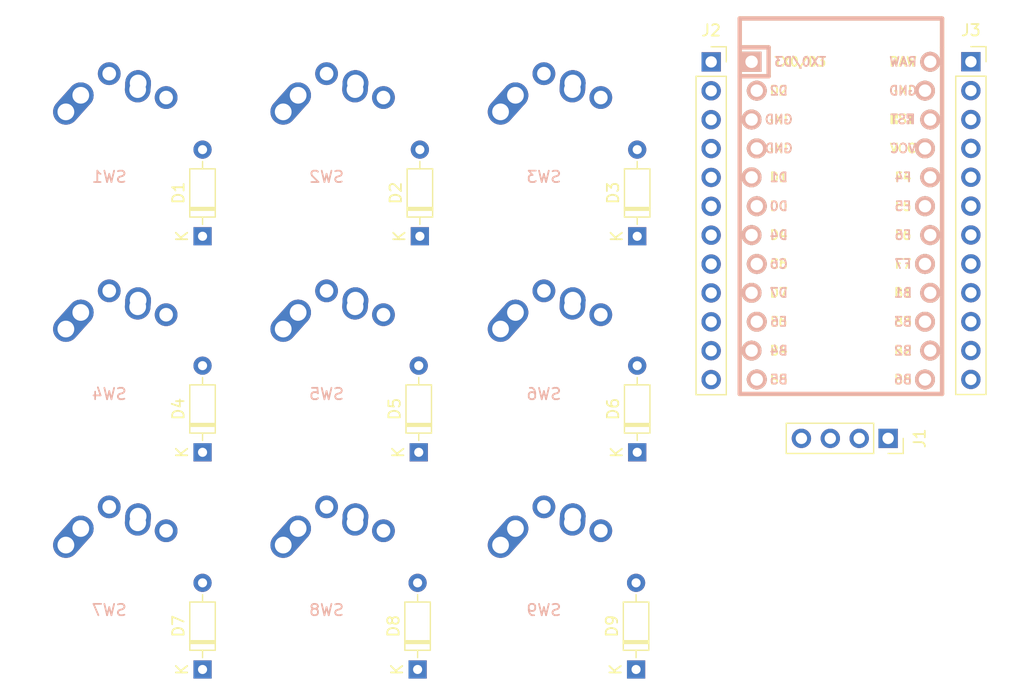
<source format=kicad_pcb>
(kicad_pcb (version 20171130) (host pcbnew 5.1.12-84ad8e8a86~92~ubuntu18.04.1)

  (general
    (thickness 1.6)
    (drawings 0)
    (tracks 0)
    (zones 0)
    (modules 22)
    (nets 32)
  )

  (page A4)
  (layers
    (0 F.Cu signal)
    (31 B.Cu signal)
    (32 B.Adhes user)
    (33 F.Adhes user)
    (34 B.Paste user)
    (35 F.Paste user)
    (36 B.SilkS user)
    (37 F.SilkS user)
    (38 B.Mask user)
    (39 F.Mask user)
    (40 Dwgs.User user)
    (41 Cmts.User user)
    (42 Eco1.User user)
    (43 Eco2.User user)
    (44 Edge.Cuts user)
    (45 Margin user)
    (46 B.CrtYd user)
    (47 F.CrtYd user)
    (48 B.Fab user)
    (49 F.Fab user)
  )

  (setup
    (last_trace_width 0.25)
    (trace_clearance 0.2)
    (zone_clearance 0.508)
    (zone_45_only no)
    (trace_min 0.2)
    (via_size 0.8)
    (via_drill 0.4)
    (via_min_size 0.4)
    (via_min_drill 0.3)
    (uvia_size 0.3)
    (uvia_drill 0.1)
    (uvias_allowed no)
    (uvia_min_size 0.2)
    (uvia_min_drill 0.1)
    (edge_width 0.05)
    (segment_width 0.2)
    (pcb_text_width 0.3)
    (pcb_text_size 1.5 1.5)
    (mod_edge_width 0.12)
    (mod_text_size 1 1)
    (mod_text_width 0.15)
    (pad_size 1.524 1.524)
    (pad_drill 0.762)
    (pad_to_mask_clearance 0)
    (aux_axis_origin 0 0)
    (visible_elements FFFFFF7F)
    (pcbplotparams
      (layerselection 0x010fc_ffffffff)
      (usegerberextensions false)
      (usegerberattributes true)
      (usegerberadvancedattributes true)
      (creategerberjobfile true)
      (excludeedgelayer true)
      (linewidth 0.100000)
      (plotframeref false)
      (viasonmask false)
      (mode 1)
      (useauxorigin false)
      (hpglpennumber 1)
      (hpglpenspeed 20)
      (hpglpendiameter 15.000000)
      (psnegative false)
      (psa4output false)
      (plotreference true)
      (plotvalue true)
      (plotinvisibletext false)
      (padsonsilk false)
      (subtractmaskfromsilk false)
      (outputformat 1)
      (mirror false)
      (drillshape 1)
      (scaleselection 1)
      (outputdirectory ""))
  )

  (net 0 "")
  (net 1 "Net-(D1-Pad2)")
  (net 2 A0-PF7-D18)
  (net 3 "Net-(D2-Pad2)")
  (net 4 "Net-(D3-Pad2)")
  (net 5 "Net-(D4-Pad2)")
  (net 6 D15-PB1-SCLK)
  (net 7 "Net-(D5-Pad2)")
  (net 8 "Net-(D6-Pad2)")
  (net 9 "Net-(D7-Pad2)")
  (net 10 D14-PB3-MISO)
  (net 11 "Net-(D8-Pad2)")
  (net 12 "Net-(D9-Pad2)")
  (net 13 D2-PD1-SDA)
  (net 14 D3-PD0-SCL)
  (net 15 VCC)
  (net 16 GND)
  (net 17 A9-D9-PB5)
  (net 18 A8-D8-PB4)
  (net 19 D7-PE6)
  (net 20 A7-D6-PD7)
  (net 21 COL1)
  (net 22 A6-D4-PD4)
  (net 23 RX-D0-PD2)
  (net 24 TX-D1-PD3)
  (net 25 D10-PB6-A10)
  (net 26 D16-PB2-MOSI)
  (net 27 A1-PF6-D19)
  (net 28 A2-PF5-D20)
  (net 29 A3-PF4-D21)
  (net 30 RST)
  (net 31 RAW)

  (net_class Default "This is the default net class."
    (clearance 0.2)
    (trace_width 0.25)
    (via_dia 0.8)
    (via_drill 0.4)
    (uvia_dia 0.3)
    (uvia_drill 0.1)
    (add_net A0-PF7-D18)
    (add_net A1-PF6-D19)
    (add_net A2-PF5-D20)
    (add_net A3-PF4-D21)
    (add_net A6-D4-PD4)
    (add_net A7-D6-PD7)
    (add_net A8-D8-PB4)
    (add_net A9-D9-PB5)
    (add_net COL1)
    (add_net D10-PB6-A10)
    (add_net D14-PB3-MISO)
    (add_net D15-PB1-SCLK)
    (add_net D16-PB2-MOSI)
    (add_net D2-PD1-SDA)
    (add_net D3-PD0-SCL)
    (add_net D7-PE6)
    (add_net GND)
    (add_net "Net-(D1-Pad2)")
    (add_net "Net-(D2-Pad2)")
    (add_net "Net-(D3-Pad2)")
    (add_net "Net-(D4-Pad2)")
    (add_net "Net-(D5-Pad2)")
    (add_net "Net-(D6-Pad2)")
    (add_net "Net-(D7-Pad2)")
    (add_net "Net-(D8-Pad2)")
    (add_net "Net-(D9-Pad2)")
    (add_net RAW)
    (add_net RST)
    (add_net RX-D0-PD2)
    (add_net TX-D1-PD3)
    (add_net VCC)
  )

  (module Connector_PinSocket_2.54mm:PinSocket_1x12_P2.54mm_Vertical (layer F.Cu) (tedit 5A19A41D) (tstamp 61A06F6D)
    (at 175.225 42.55)
    (descr "Through hole straight socket strip, 1x12, 2.54mm pitch, single row (from Kicad 4.0.7), script generated")
    (tags "Through hole socket strip THT 1x12 2.54mm single row")
    (path /61A40F36)
    (fp_text reference J3 (at 0 -2.77) (layer F.SilkS)
      (effects (font (size 1 1) (thickness 0.15)))
    )
    (fp_text value Conn_01x12 (at 0 30.71) (layer F.Fab)
      (effects (font (size 1 1) (thickness 0.15)))
    )
    (fp_text user %R (at 0 13.97 90) (layer F.Fab)
      (effects (font (size 1 1) (thickness 0.15)))
    )
    (fp_line (start -1.27 -1.27) (end 0.635 -1.27) (layer F.Fab) (width 0.1))
    (fp_line (start 0.635 -1.27) (end 1.27 -0.635) (layer F.Fab) (width 0.1))
    (fp_line (start 1.27 -0.635) (end 1.27 29.21) (layer F.Fab) (width 0.1))
    (fp_line (start 1.27 29.21) (end -1.27 29.21) (layer F.Fab) (width 0.1))
    (fp_line (start -1.27 29.21) (end -1.27 -1.27) (layer F.Fab) (width 0.1))
    (fp_line (start -1.33 1.27) (end 1.33 1.27) (layer F.SilkS) (width 0.12))
    (fp_line (start -1.33 1.27) (end -1.33 29.27) (layer F.SilkS) (width 0.12))
    (fp_line (start -1.33 29.27) (end 1.33 29.27) (layer F.SilkS) (width 0.12))
    (fp_line (start 1.33 1.27) (end 1.33 29.27) (layer F.SilkS) (width 0.12))
    (fp_line (start 1.33 -1.33) (end 1.33 0) (layer F.SilkS) (width 0.12))
    (fp_line (start 0 -1.33) (end 1.33 -1.33) (layer F.SilkS) (width 0.12))
    (fp_line (start -1.8 -1.8) (end 1.75 -1.8) (layer F.CrtYd) (width 0.05))
    (fp_line (start 1.75 -1.8) (end 1.75 29.7) (layer F.CrtYd) (width 0.05))
    (fp_line (start 1.75 29.7) (end -1.8 29.7) (layer F.CrtYd) (width 0.05))
    (fp_line (start -1.8 29.7) (end -1.8 -1.8) (layer F.CrtYd) (width 0.05))
    (pad 12 thru_hole oval (at 0 27.94) (size 1.7 1.7) (drill 1) (layers *.Cu *.Mask)
      (net 25 D10-PB6-A10))
    (pad 11 thru_hole oval (at 0 25.4) (size 1.7 1.7) (drill 1) (layers *.Cu *.Mask)
      (net 26 D16-PB2-MOSI))
    (pad 10 thru_hole oval (at 0 22.86) (size 1.7 1.7) (drill 1) (layers *.Cu *.Mask)
      (net 10 D14-PB3-MISO))
    (pad 9 thru_hole oval (at 0 20.32) (size 1.7 1.7) (drill 1) (layers *.Cu *.Mask)
      (net 6 D15-PB1-SCLK))
    (pad 8 thru_hole oval (at 0 17.78) (size 1.7 1.7) (drill 1) (layers *.Cu *.Mask)
      (net 2 A0-PF7-D18))
    (pad 7 thru_hole oval (at 0 15.24) (size 1.7 1.7) (drill 1) (layers *.Cu *.Mask)
      (net 27 A1-PF6-D19))
    (pad 6 thru_hole oval (at 0 12.7) (size 1.7 1.7) (drill 1) (layers *.Cu *.Mask)
      (net 28 A2-PF5-D20))
    (pad 5 thru_hole oval (at 0 10.16) (size 1.7 1.7) (drill 1) (layers *.Cu *.Mask)
      (net 29 A3-PF4-D21))
    (pad 4 thru_hole oval (at 0 7.62) (size 1.7 1.7) (drill 1) (layers *.Cu *.Mask)
      (net 15 VCC))
    (pad 3 thru_hole oval (at 0 5.08) (size 1.7 1.7) (drill 1) (layers *.Cu *.Mask)
      (net 30 RST))
    (pad 2 thru_hole oval (at 0 2.54) (size 1.7 1.7) (drill 1) (layers *.Cu *.Mask)
      (net 16 GND))
    (pad 1 thru_hole rect (at 0 0) (size 1.7 1.7) (drill 1) (layers *.Cu *.Mask)
      (net 31 RAW))
    (model ${KISYS3DMOD}/Connector_PinSocket_2.54mm.3dshapes/PinSocket_1x12_P2.54mm_Vertical.wrl
      (at (xyz 0 0 0))
      (scale (xyz 1 1 1))
      (rotate (xyz 0 0 0))
    )
  )

  (module Connector_PinSocket_2.54mm:PinSocket_1x12_P2.54mm_Vertical (layer F.Cu) (tedit 5A19A41D) (tstamp 61A0AF53)
    (at 152.4 42.565)
    (descr "Through hole straight socket strip, 1x12, 2.54mm pitch, single row (from Kicad 4.0.7), script generated")
    (tags "Through hole socket strip THT 1x12 2.54mm single row")
    (path /61A434E9)
    (fp_text reference J2 (at 0 -2.77) (layer F.SilkS)
      (effects (font (size 1 1) (thickness 0.15)))
    )
    (fp_text value Conn_01x12 (at 0 30.71) (layer F.Fab)
      (effects (font (size 1 1) (thickness 0.15)))
    )
    (fp_text user %R (at 0 13.97 90) (layer F.Fab)
      (effects (font (size 1 1) (thickness 0.15)))
    )
    (fp_line (start -1.27 -1.27) (end 0.635 -1.27) (layer F.Fab) (width 0.1))
    (fp_line (start 0.635 -1.27) (end 1.27 -0.635) (layer F.Fab) (width 0.1))
    (fp_line (start 1.27 -0.635) (end 1.27 29.21) (layer F.Fab) (width 0.1))
    (fp_line (start 1.27 29.21) (end -1.27 29.21) (layer F.Fab) (width 0.1))
    (fp_line (start -1.27 29.21) (end -1.27 -1.27) (layer F.Fab) (width 0.1))
    (fp_line (start -1.33 1.27) (end 1.33 1.27) (layer F.SilkS) (width 0.12))
    (fp_line (start -1.33 1.27) (end -1.33 29.27) (layer F.SilkS) (width 0.12))
    (fp_line (start -1.33 29.27) (end 1.33 29.27) (layer F.SilkS) (width 0.12))
    (fp_line (start 1.33 1.27) (end 1.33 29.27) (layer F.SilkS) (width 0.12))
    (fp_line (start 1.33 -1.33) (end 1.33 0) (layer F.SilkS) (width 0.12))
    (fp_line (start 0 -1.33) (end 1.33 -1.33) (layer F.SilkS) (width 0.12))
    (fp_line (start -1.8 -1.8) (end 1.75 -1.8) (layer F.CrtYd) (width 0.05))
    (fp_line (start 1.75 -1.8) (end 1.75 29.7) (layer F.CrtYd) (width 0.05))
    (fp_line (start 1.75 29.7) (end -1.8 29.7) (layer F.CrtYd) (width 0.05))
    (fp_line (start -1.8 29.7) (end -1.8 -1.8) (layer F.CrtYd) (width 0.05))
    (pad 12 thru_hole oval (at 0 27.94) (size 1.7 1.7) (drill 1) (layers *.Cu *.Mask)
      (net 17 A9-D9-PB5))
    (pad 11 thru_hole oval (at 0 25.4) (size 1.7 1.7) (drill 1) (layers *.Cu *.Mask)
      (net 18 A8-D8-PB4))
    (pad 10 thru_hole oval (at 0 22.86) (size 1.7 1.7) (drill 1) (layers *.Cu *.Mask)
      (net 19 D7-PE6))
    (pad 9 thru_hole oval (at 0 20.32) (size 1.7 1.7) (drill 1) (layers *.Cu *.Mask)
      (net 20 A7-D6-PD7))
    (pad 8 thru_hole oval (at 0 17.78) (size 1.7 1.7) (drill 1) (layers *.Cu *.Mask)
      (net 21 COL1))
    (pad 7 thru_hole oval (at 0 15.24) (size 1.7 1.7) (drill 1) (layers *.Cu *.Mask)
      (net 22 A6-D4-PD4))
    (pad 6 thru_hole oval (at 0 12.7) (size 1.7 1.7) (drill 1) (layers *.Cu *.Mask)
      (net 14 D3-PD0-SCL))
    (pad 5 thru_hole oval (at 0 10.16) (size 1.7 1.7) (drill 1) (layers *.Cu *.Mask)
      (net 13 D2-PD1-SDA))
    (pad 4 thru_hole oval (at 0 7.62) (size 1.7 1.7) (drill 1) (layers *.Cu *.Mask)
      (net 16 GND))
    (pad 3 thru_hole oval (at 0 5.08) (size 1.7 1.7) (drill 1) (layers *.Cu *.Mask)
      (net 16 GND))
    (pad 2 thru_hole oval (at 0 2.54) (size 1.7 1.7) (drill 1) (layers *.Cu *.Mask)
      (net 23 RX-D0-PD2))
    (pad 1 thru_hole rect (at 0 0) (size 1.7 1.7) (drill 1) (layers *.Cu *.Mask)
      (net 24 TX-D1-PD3))
    (model ${KISYS3DMOD}/Connector_PinSocket_2.54mm.3dshapes/PinSocket_1x12_P2.54mm_Vertical.wrl
      (at (xyz 0 0 0))
      (scale (xyz 1 1 1))
      (rotate (xyz 0 0 0))
    )
  )

  (module Connector_PinSocket_2.54mm:PinSocket_1x04_P2.54mm_Vertical (layer F.Cu) (tedit 5A19A429) (tstamp 61A06F29)
    (at 167.95 75.675 270)
    (descr "Through hole straight socket strip, 1x04, 2.54mm pitch, single row (from Kicad 4.0.7), script generated")
    (tags "Through hole socket strip THT 1x04 2.54mm single row")
    (path /61A3FFA5)
    (fp_text reference J1 (at 0 -2.77 90) (layer F.SilkS)
      (effects (font (size 1 1) (thickness 0.15)))
    )
    (fp_text value Conn_01x04 (at 0 10.39 90) (layer F.Fab)
      (effects (font (size 1 1) (thickness 0.15)))
    )
    (fp_text user %R (at 0 3.81) (layer F.Fab)
      (effects (font (size 1 1) (thickness 0.15)))
    )
    (fp_line (start -1.27 -1.27) (end 0.635 -1.27) (layer F.Fab) (width 0.1))
    (fp_line (start 0.635 -1.27) (end 1.27 -0.635) (layer F.Fab) (width 0.1))
    (fp_line (start 1.27 -0.635) (end 1.27 8.89) (layer F.Fab) (width 0.1))
    (fp_line (start 1.27 8.89) (end -1.27 8.89) (layer F.Fab) (width 0.1))
    (fp_line (start -1.27 8.89) (end -1.27 -1.27) (layer F.Fab) (width 0.1))
    (fp_line (start -1.33 1.27) (end 1.33 1.27) (layer F.SilkS) (width 0.12))
    (fp_line (start -1.33 1.27) (end -1.33 8.95) (layer F.SilkS) (width 0.12))
    (fp_line (start -1.33 8.95) (end 1.33 8.95) (layer F.SilkS) (width 0.12))
    (fp_line (start 1.33 1.27) (end 1.33 8.95) (layer F.SilkS) (width 0.12))
    (fp_line (start 1.33 -1.33) (end 1.33 0) (layer F.SilkS) (width 0.12))
    (fp_line (start 0 -1.33) (end 1.33 -1.33) (layer F.SilkS) (width 0.12))
    (fp_line (start -1.8 -1.8) (end 1.75 -1.8) (layer F.CrtYd) (width 0.05))
    (fp_line (start 1.75 -1.8) (end 1.75 9.4) (layer F.CrtYd) (width 0.05))
    (fp_line (start 1.75 9.4) (end -1.8 9.4) (layer F.CrtYd) (width 0.05))
    (fp_line (start -1.8 9.4) (end -1.8 -1.8) (layer F.CrtYd) (width 0.05))
    (pad 4 thru_hole oval (at 0 7.62 270) (size 1.7 1.7) (drill 1) (layers *.Cu *.Mask)
      (net 13 D2-PD1-SDA))
    (pad 3 thru_hole oval (at 0 5.08 270) (size 1.7 1.7) (drill 1) (layers *.Cu *.Mask)
      (net 14 D3-PD0-SCL))
    (pad 2 thru_hole oval (at 0 2.54 270) (size 1.7 1.7) (drill 1) (layers *.Cu *.Mask)
      (net 31 RAW))
    (pad 1 thru_hole rect (at 0 0 270) (size 1.7 1.7) (drill 1) (layers *.Cu *.Mask)
      (net 16 GND))
    (model ${KISYS3DMOD}/Connector_PinSocket_2.54mm.3dshapes/PinSocket_1x04_P2.54mm_Vertical.wrl
      (at (xyz 0 0 0))
      (scale (xyz 1 1 1))
      (rotate (xyz 0 0 0))
    )
  )

  (module Keebio-Parts:ArduinoProMicro-ZigZag (layer F.Cu) (tedit 5BDF4FCE) (tstamp 61A070D3)
    (at 163.8 56.525 270)
    (path /619F70B0)
    (fp_text reference U1 (at 0 1.625 90) (layer F.SilkS) hide
      (effects (font (size 1 1) (thickness 0.2)))
    )
    (fp_text value ProMicro (at 0 0 90) (layer F.SilkS) hide
      (effects (font (size 1 1) (thickness 0.2)))
    )
    (fp_text user ST (at -8.91 -5.04) (layer B.SilkS)
      (effects (font (size 0.8 0.8) (thickness 0.15)) (justify mirror))
    )
    (fp_text user TX0/D3 (at -13.97 3.571872) (layer F.SilkS)
      (effects (font (size 0.8 0.8) (thickness 0.15)))
    )
    (fp_text user TX0/D3 (at -13.97 3.571872) (layer B.SilkS)
      (effects (font (size 0.8 0.8) (thickness 0.15)) (justify mirror))
    )
    (fp_text user D2 (at -11.43 5.461) (layer F.SilkS)
      (effects (font (size 0.8 0.8) (thickness 0.15)))
    )
    (fp_text user D0 (at -1.27 5.461) (layer F.SilkS)
      (effects (font (size 0.8 0.8) (thickness 0.15)))
    )
    (fp_text user D1 (at -3.81 5.461) (layer F.SilkS)
      (effects (font (size 0.8 0.8) (thickness 0.15)))
    )
    (fp_text user GND (at -6.35 5.461) (layer F.SilkS)
      (effects (font (size 0.8 0.8) (thickness 0.15)))
    )
    (fp_text user GND (at -8.89 5.461) (layer F.SilkS)
      (effects (font (size 0.8 0.8) (thickness 0.15)))
    )
    (fp_text user D4 (at 1.27 5.461) (layer F.SilkS)
      (effects (font (size 0.8 0.8) (thickness 0.15)))
    )
    (fp_text user C6 (at 3.81 5.461) (layer F.SilkS)
      (effects (font (size 0.8 0.8) (thickness 0.15)))
    )
    (fp_text user D7 (at 6.35 5.461) (layer F.SilkS)
      (effects (font (size 0.8 0.8) (thickness 0.15)))
    )
    (fp_text user E6 (at 8.89 5.461) (layer F.SilkS)
      (effects (font (size 0.8 0.8) (thickness 0.15)))
    )
    (fp_text user B4 (at 11.43 5.461) (layer F.SilkS)
      (effects (font (size 0.8 0.8) (thickness 0.15)))
    )
    (fp_text user B5 (at 13.97 5.461) (layer F.SilkS)
      (effects (font (size 0.8 0.8) (thickness 0.15)))
    )
    (fp_text user B6 (at 13.97 -5.461) (layer F.SilkS)
      (effects (font (size 0.8 0.8) (thickness 0.15)))
    )
    (fp_text user B2 (at 11.43 -5.461) (layer B.SilkS)
      (effects (font (size 0.8 0.8) (thickness 0.15)) (justify mirror))
    )
    (fp_text user B3 (at 8.89 -5.461) (layer F.SilkS)
      (effects (font (size 0.8 0.8) (thickness 0.15)))
    )
    (fp_text user B1 (at 6.35 -5.461) (layer F.SilkS)
      (effects (font (size 0.8 0.8) (thickness 0.15)))
    )
    (fp_text user F7 (at 3.81 -5.461) (layer B.SilkS)
      (effects (font (size 0.8 0.8) (thickness 0.15)) (justify mirror))
    )
    (fp_text user F6 (at 1.27 -5.461) (layer B.SilkS)
      (effects (font (size 0.8 0.8) (thickness 0.15)) (justify mirror))
    )
    (fp_text user F5 (at -1.27 -5.461) (layer B.SilkS)
      (effects (font (size 0.8 0.8) (thickness 0.15)) (justify mirror))
    )
    (fp_text user F4 (at -3.81 -5.461) (layer F.SilkS)
      (effects (font (size 0.8 0.8) (thickness 0.15)))
    )
    (fp_text user VCC (at -6.35 -5.461) (layer F.SilkS)
      (effects (font (size 0.8 0.8) (thickness 0.15)))
    )
    (fp_text user ST (at -8.92 -5.73312) (layer F.SilkS)
      (effects (font (size 0.8 0.8) (thickness 0.15)))
    )
    (fp_text user GND (at -11.43 -5.461) (layer F.SilkS)
      (effects (font (size 0.8 0.8) (thickness 0.15)))
    )
    (fp_text user RAW (at -13.97 -5.461) (layer F.SilkS)
      (effects (font (size 0.8 0.8) (thickness 0.15)))
    )
    (fp_text user RAW (at -13.97 -5.461) (layer B.SilkS)
      (effects (font (size 0.8 0.8) (thickness 0.15)) (justify mirror))
    )
    (fp_text user GND (at -11.43 -5.461) (layer B.SilkS)
      (effects (font (size 0.8 0.8) (thickness 0.15)) (justify mirror))
    )
    (fp_text user VCC (at -6.35 -5.461) (layer B.SilkS)
      (effects (font (size 0.8 0.8) (thickness 0.15)) (justify mirror))
    )
    (fp_text user F4 (at -3.81 -5.461) (layer B.SilkS)
      (effects (font (size 0.8 0.8) (thickness 0.15)) (justify mirror))
    )
    (fp_text user F5 (at -1.27 -5.461) (layer F.SilkS)
      (effects (font (size 0.8 0.8) (thickness 0.15)))
    )
    (fp_text user F6 (at 1.27 -5.461) (layer F.SilkS)
      (effects (font (size 0.8 0.8) (thickness 0.15)))
    )
    (fp_text user F7 (at 3.81 -5.461) (layer F.SilkS)
      (effects (font (size 0.8 0.8) (thickness 0.15)))
    )
    (fp_text user B1 (at 6.35 -5.461) (layer B.SilkS)
      (effects (font (size 0.8 0.8) (thickness 0.15)) (justify mirror))
    )
    (fp_text user B3 (at 8.89 -5.461) (layer B.SilkS)
      (effects (font (size 0.8 0.8) (thickness 0.15)) (justify mirror))
    )
    (fp_text user B2 (at 11.43 -5.461) (layer F.SilkS)
      (effects (font (size 0.8 0.8) (thickness 0.15)))
    )
    (fp_text user B6 (at 13.97 -5.461) (layer B.SilkS)
      (effects (font (size 0.8 0.8) (thickness 0.15)) (justify mirror))
    )
    (fp_text user B5 (at 13.97 5.461) (layer B.SilkS)
      (effects (font (size 0.8 0.8) (thickness 0.15)) (justify mirror))
    )
    (fp_text user B4 (at 11.43 5.461) (layer B.SilkS)
      (effects (font (size 0.8 0.8) (thickness 0.15)) (justify mirror))
    )
    (fp_text user E6 (at 8.89 5.461) (layer B.SilkS)
      (effects (font (size 0.8 0.8) (thickness 0.15)) (justify mirror))
    )
    (fp_text user D7 (at 6.35 5.461) (layer B.SilkS)
      (effects (font (size 0.8 0.8) (thickness 0.15)) (justify mirror))
    )
    (fp_text user C6 (at 3.81 5.461) (layer B.SilkS)
      (effects (font (size 0.8 0.8) (thickness 0.15)) (justify mirror))
    )
    (fp_text user D4 (at 1.27 5.461) (layer B.SilkS)
      (effects (font (size 0.8 0.8) (thickness 0.15)) (justify mirror))
    )
    (fp_text user GND (at -8.89 5.461) (layer B.SilkS)
      (effects (font (size 0.8 0.8) (thickness 0.15)) (justify mirror))
    )
    (fp_text user GND (at -6.35 5.461) (layer B.SilkS)
      (effects (font (size 0.8 0.8) (thickness 0.15)) (justify mirror))
    )
    (fp_text user D1 (at -3.81 5.461) (layer B.SilkS)
      (effects (font (size 0.8 0.8) (thickness 0.15)) (justify mirror))
    )
    (fp_text user D0 (at -1.27 5.461) (layer B.SilkS)
      (effects (font (size 0.8 0.8) (thickness 0.15)) (justify mirror))
    )
    (fp_text user D2 (at -11.43 5.461) (layer B.SilkS)
      (effects (font (size 0.8 0.8) (thickness 0.15)) (justify mirror))
    )
    (fp_line (start -12.7 6.35) (end -12.7 8.89) (layer B.SilkS) (width 0.381))
    (fp_line (start -15.24 6.35) (end -12.7 6.35) (layer B.SilkS) (width 0.381))
    (fp_line (start -15.24 8.89) (end 15.24 8.89) (layer F.SilkS) (width 0.381))
    (fp_line (start 15.24 8.89) (end 15.24 -8.89) (layer F.SilkS) (width 0.381))
    (fp_line (start 15.24 -8.89) (end -15.24 -8.89) (layer F.SilkS) (width 0.381))
    (fp_line (start -15.24 6.35) (end -12.7 6.35) (layer F.SilkS) (width 0.381))
    (fp_line (start -12.7 6.35) (end -12.7 8.89) (layer F.SilkS) (width 0.381))
    (fp_poly (pts (xy -9.36064 -4.931568) (xy -9.06064 -4.931568) (xy -9.06064 -4.831568) (xy -9.36064 -4.831568)) (layer F.SilkS) (width 0.15))
    (fp_poly (pts (xy -8.96064 -4.731568) (xy -8.86064 -4.731568) (xy -8.86064 -4.631568) (xy -8.96064 -4.631568)) (layer F.SilkS) (width 0.15))
    (fp_poly (pts (xy -9.36064 -4.931568) (xy -9.26064 -4.931568) (xy -9.26064 -4.431568) (xy -9.36064 -4.431568)) (layer F.SilkS) (width 0.15))
    (fp_poly (pts (xy -9.36064 -4.531568) (xy -8.56064 -4.531568) (xy -8.56064 -4.431568) (xy -9.36064 -4.431568)) (layer F.SilkS) (width 0.15))
    (fp_poly (pts (xy -8.76064 -4.931568) (xy -8.56064 -4.931568) (xy -8.56064 -4.831568) (xy -8.76064 -4.831568)) (layer F.SilkS) (width 0.15))
    (fp_poly (pts (xy -8.95097 -6.044635) (xy -8.85097 -6.044635) (xy -8.85097 -6.144635) (xy -8.95097 -6.144635)) (layer B.SilkS) (width 0.15))
    (fp_poly (pts (xy -9.35097 -6.244635) (xy -8.55097 -6.244635) (xy -8.55097 -6.344635) (xy -9.35097 -6.344635)) (layer B.SilkS) (width 0.15))
    (fp_poly (pts (xy -8.75097 -5.844635) (xy -8.55097 -5.844635) (xy -8.55097 -5.944635) (xy -8.75097 -5.944635)) (layer B.SilkS) (width 0.15))
    (fp_poly (pts (xy -9.35097 -5.844635) (xy -9.05097 -5.844635) (xy -9.05097 -5.944635) (xy -9.35097 -5.944635)) (layer B.SilkS) (width 0.15))
    (fp_poly (pts (xy -9.35097 -5.844635) (xy -9.25097 -5.844635) (xy -9.25097 -6.344635) (xy -9.35097 -6.344635)) (layer B.SilkS) (width 0.15))
    (fp_line (start 15.24 -8.89) (end -17.78 -8.89) (layer B.SilkS) (width 0.381))
    (fp_line (start 15.24 8.89) (end 15.24 -8.89) (layer B.SilkS) (width 0.381))
    (fp_line (start -17.78 8.89) (end 15.24 8.89) (layer B.SilkS) (width 0.381))
    (fp_line (start -17.78 -8.89) (end -17.78 8.89) (layer B.SilkS) (width 0.381))
    (fp_line (start -15.24 -8.89) (end -17.78 -8.89) (layer F.SilkS) (width 0.381))
    (fp_line (start -17.78 -8.89) (end -17.78 8.89) (layer F.SilkS) (width 0.381))
    (fp_line (start -17.78 8.89) (end -15.24 8.89) (layer F.SilkS) (width 0.381))
    (fp_line (start -14.224 -3.556) (end -14.224 3.81) (layer Dwgs.User) (width 0.2))
    (fp_line (start -14.224 3.81) (end -19.304 3.81) (layer Dwgs.User) (width 0.2))
    (fp_line (start -19.304 3.81) (end -19.304 -3.556) (layer Dwgs.User) (width 0.2))
    (fp_line (start -19.304 -3.556) (end -14.224 -3.556) (layer Dwgs.User) (width 0.2))
    (fp_line (start -15.24 6.35) (end -15.24 8.89) (layer B.SilkS) (width 0.381))
    (fp_line (start -15.24 6.35) (end -15.24 8.89) (layer F.SilkS) (width 0.381))
    (pad 24 thru_hole circle (at -13.97 -7.8486 270) (size 1.7526 1.7526) (drill 1.0922) (layers *.Cu *.SilkS *.Mask)
      (net 31 RAW))
    (pad 12 thru_hole circle (at 13.97 7.3914 270) (size 1.7526 1.7526) (drill 1.0922) (layers *.Cu *.SilkS *.Mask)
      (net 17 A9-D9-PB5))
    (pad 23 thru_hole circle (at -11.43 -7.3914 270) (size 1.7526 1.7526) (drill 1.0922) (layers *.Cu *.SilkS *.Mask)
      (net 16 GND))
    (pad 22 thru_hole circle (at -8.89 -7.8486 270) (size 1.7526 1.7526) (drill 1.0922) (layers *.Cu *.SilkS *.Mask)
      (net 30 RST))
    (pad 21 thru_hole circle (at -6.35 -7.3914 270) (size 1.7526 1.7526) (drill 1.0922) (layers *.Cu *.SilkS *.Mask)
      (net 15 VCC))
    (pad 20 thru_hole circle (at -3.81 -7.8486 270) (size 1.7526 1.7526) (drill 1.0922) (layers *.Cu *.SilkS *.Mask)
      (net 29 A3-PF4-D21))
    (pad 19 thru_hole circle (at -1.27 -7.3914 270) (size 1.7526 1.7526) (drill 1.0922) (layers *.Cu *.SilkS *.Mask)
      (net 28 A2-PF5-D20))
    (pad 18 thru_hole circle (at 1.27 -7.8486 270) (size 1.7526 1.7526) (drill 1.0922) (layers *.Cu *.SilkS *.Mask)
      (net 27 A1-PF6-D19))
    (pad 17 thru_hole circle (at 3.81 -7.3914 270) (size 1.7526 1.7526) (drill 1.0922) (layers *.Cu *.SilkS *.Mask)
      (net 2 A0-PF7-D18))
    (pad 16 thru_hole circle (at 6.35 -7.8486 270) (size 1.7526 1.7526) (drill 1.0922) (layers *.Cu *.SilkS *.Mask)
      (net 6 D15-PB1-SCLK))
    (pad 15 thru_hole circle (at 8.89 -7.3914 270) (size 1.7526 1.7526) (drill 1.0922) (layers *.Cu *.SilkS *.Mask)
      (net 10 D14-PB3-MISO))
    (pad 14 thru_hole circle (at 11.43 -7.8486 270) (size 1.7526 1.7526) (drill 1.0922) (layers *.Cu *.SilkS *.Mask)
      (net 26 D16-PB2-MOSI))
    (pad 13 thru_hole circle (at 13.97 -7.3914 270) (size 1.7526 1.7526) (drill 1.0922) (layers *.Cu *.SilkS *.Mask)
      (net 25 D10-PB6-A10))
    (pad 11 thru_hole circle (at 11.43 7.8486 270) (size 1.7526 1.7526) (drill 1.0922) (layers *.Cu *.SilkS *.Mask)
      (net 18 A8-D8-PB4))
    (pad 10 thru_hole circle (at 8.89 7.3914 270) (size 1.7526 1.7526) (drill 1.0922) (layers *.Cu *.SilkS *.Mask)
      (net 19 D7-PE6))
    (pad 9 thru_hole circle (at 6.35 7.8486 270) (size 1.7526 1.7526) (drill 1.0922) (layers *.Cu *.SilkS *.Mask)
      (net 20 A7-D6-PD7))
    (pad 8 thru_hole circle (at 3.81 7.3914 270) (size 1.7526 1.7526) (drill 1.0922) (layers *.Cu *.SilkS *.Mask)
      (net 21 COL1))
    (pad 7 thru_hole circle (at 1.27 7.8486 270) (size 1.7526 1.7526) (drill 1.0922) (layers *.Cu *.SilkS *.Mask)
      (net 22 A6-D4-PD4))
    (pad 6 thru_hole circle (at -1.27 7.3914 270) (size 1.7526 1.7526) (drill 1.0922) (layers *.Cu *.SilkS *.Mask)
      (net 14 D3-PD0-SCL))
    (pad 5 thru_hole circle (at -3.81 7.8486 270) (size 1.7526 1.7526) (drill 1.0922) (layers *.Cu *.SilkS *.Mask)
      (net 13 D2-PD1-SDA))
    (pad 4 thru_hole circle (at -6.35 7.3914 270) (size 1.7526 1.7526) (drill 1.0922) (layers *.Cu *.SilkS *.Mask)
      (net 16 GND))
    (pad 3 thru_hole circle (at -8.89 7.8486 270) (size 1.7526 1.7526) (drill 1.0922) (layers *.Cu *.SilkS *.Mask)
      (net 16 GND))
    (pad 2 thru_hole circle (at -11.43 7.3914 270) (size 1.7526 1.7526) (drill 1.0922) (layers *.Cu *.SilkS *.Mask)
      (net 23 RX-D0-PD2))
    (pad 1 thru_hole rect (at -13.97 7.8486 270) (size 1.7526 1.7526) (drill 1.0922) (layers *.Cu *.SilkS *.Mask)
      (net 24 TX-D1-PD3))
    (model /Users/danny/Documents/proj/custom-keyboard/kicad-libs/3d_models/ArduinoProMicro.wrl
      (offset (xyz -13.96999979019165 -7.619999885559082 -5.841999912261963))
      (scale (xyz 0.395 0.395 0.395))
      (rotate (xyz 90 180 180))
    )
  )

  (module Keebio-Parts:MX-Alps-Choc-1U-NoLED (layer F.Cu) (tedit 5C7EAB78) (tstamp 61A07069)
    (at 137.7 87.6)
    (path /61AC6D1F)
    (fp_text reference SW9 (at 0 3.175) (layer B.SilkS)
      (effects (font (size 1 1) (thickness 0.15)) (justify mirror))
    )
    (fp_text value MX_LED (at 0 -7.9375) (layer Dwgs.User)
      (effects (font (size 1 1) (thickness 0.15)))
    )
    (fp_line (start 5 -7) (end 7 -7) (layer Dwgs.User) (width 0.15))
    (fp_line (start 7 -7) (end 7 -5) (layer Dwgs.User) (width 0.15))
    (fp_line (start 5 7) (end 7 7) (layer Dwgs.User) (width 0.15))
    (fp_line (start 7 7) (end 7 5) (layer Dwgs.User) (width 0.15))
    (fp_line (start -7 5) (end -7 7) (layer Dwgs.User) (width 0.15))
    (fp_line (start -7 7) (end -5 7) (layer Dwgs.User) (width 0.15))
    (fp_line (start -5 -7) (end -7 -7) (layer Dwgs.User) (width 0.15))
    (fp_line (start -7 -7) (end -7 -5) (layer Dwgs.User) (width 0.15))
    (fp_line (start -9.525 -9.525) (end 9.525 -9.525) (layer Dwgs.User) (width 0.15))
    (fp_line (start 9.525 -9.525) (end 9.525 9.525) (layer Dwgs.User) (width 0.15))
    (fp_line (start 9.525 9.525) (end -9.525 9.525) (layer Dwgs.User) (width 0.15))
    (fp_line (start -9.525 9.525) (end -9.525 -9.525) (layer Dwgs.User) (width 0.15))
    (pad "" np_thru_hole circle (at -5.22 4.2 48.1) (size 1.2 1.2) (drill 1.2) (layers *.Cu *.Mask))
    (pad "" np_thru_hole circle (at 5.5 0 48.1) (size 1.7 1.7) (drill 1.7) (layers *.Cu *.Mask))
    (pad "" np_thru_hole circle (at -5.5 0 48.1) (size 1.7 1.7) (drill 1.7) (layers *.Cu *.Mask))
    (pad 2 thru_hole circle (at 0 -5.9) (size 2 2) (drill 1.2) (layers *.Cu *.Mask)
      (net 20 A7-D6-PD7))
    (pad 1 thru_hole circle (at 5 -3.8) (size 2 2) (drill 1.2) (layers *.Cu *.Mask)
      (net 12 "Net-(D9-Pad2)"))
    (pad "" np_thru_hole circle (at 5.08 0 48.0996) (size 1.75 1.75) (drill 1.75) (layers *.Cu *.Mask))
    (pad "" np_thru_hole circle (at -5.08 0 48.0996) (size 1.75 1.75) (drill 1.75) (layers *.Cu *.Mask))
    (pad 2 thru_hole circle (at -2.5 -4) (size 2.25 2.25) (drill 1.47) (layers *.Cu *.Mask)
      (net 20 A7-D6-PD7))
    (pad "" np_thru_hole circle (at 0 0) (size 3.9878 3.9878) (drill 3.9878) (layers *.Cu *.Mask))
    (pad 2 thru_hole oval (at -3.81 -2.54 48.1) (size 4.211556 2.25) (drill 1.47 (offset 0.980778 0)) (layers *.Cu *.Mask)
      (net 20 A7-D6-PD7))
    (pad 1 thru_hole circle (at 2.54 -5.08) (size 2.25 2.25) (drill 1.47) (layers *.Cu *.Mask)
      (net 12 "Net-(D9-Pad2)"))
    (pad 1 thru_hole oval (at 2.5 -4.5 86.1) (size 2.831378 2.25) (drill 1.47 (offset 0.290689 0)) (layers *.Cu *.Mask)
      (net 12 "Net-(D9-Pad2)"))
  )

  (module Keebio-Parts:MX-Alps-Choc-1U-NoLED (layer F.Cu) (tedit 5C7EAB78) (tstamp 61A0704D)
    (at 118.6 87.6)
    (path /61AC0CA2)
    (fp_text reference SW8 (at 0 3.175) (layer B.SilkS)
      (effects (font (size 1 1) (thickness 0.15)) (justify mirror))
    )
    (fp_text value MX_LED (at 0 -7.9375) (layer Dwgs.User)
      (effects (font (size 1 1) (thickness 0.15)))
    )
    (fp_line (start 5 -7) (end 7 -7) (layer Dwgs.User) (width 0.15))
    (fp_line (start 7 -7) (end 7 -5) (layer Dwgs.User) (width 0.15))
    (fp_line (start 5 7) (end 7 7) (layer Dwgs.User) (width 0.15))
    (fp_line (start 7 7) (end 7 5) (layer Dwgs.User) (width 0.15))
    (fp_line (start -7 5) (end -7 7) (layer Dwgs.User) (width 0.15))
    (fp_line (start -7 7) (end -5 7) (layer Dwgs.User) (width 0.15))
    (fp_line (start -5 -7) (end -7 -7) (layer Dwgs.User) (width 0.15))
    (fp_line (start -7 -7) (end -7 -5) (layer Dwgs.User) (width 0.15))
    (fp_line (start -9.525 -9.525) (end 9.525 -9.525) (layer Dwgs.User) (width 0.15))
    (fp_line (start 9.525 -9.525) (end 9.525 9.525) (layer Dwgs.User) (width 0.15))
    (fp_line (start 9.525 9.525) (end -9.525 9.525) (layer Dwgs.User) (width 0.15))
    (fp_line (start -9.525 9.525) (end -9.525 -9.525) (layer Dwgs.User) (width 0.15))
    (pad "" np_thru_hole circle (at -5.22 4.2 48.1) (size 1.2 1.2) (drill 1.2) (layers *.Cu *.Mask))
    (pad "" np_thru_hole circle (at 5.5 0 48.1) (size 1.7 1.7) (drill 1.7) (layers *.Cu *.Mask))
    (pad "" np_thru_hole circle (at -5.5 0 48.1) (size 1.7 1.7) (drill 1.7) (layers *.Cu *.Mask))
    (pad 2 thru_hole circle (at 0 -5.9) (size 2 2) (drill 1.2) (layers *.Cu *.Mask)
      (net 21 COL1))
    (pad 1 thru_hole circle (at 5 -3.8) (size 2 2) (drill 1.2) (layers *.Cu *.Mask)
      (net 11 "Net-(D8-Pad2)"))
    (pad "" np_thru_hole circle (at 5.08 0 48.0996) (size 1.75 1.75) (drill 1.75) (layers *.Cu *.Mask))
    (pad "" np_thru_hole circle (at -5.08 0 48.0996) (size 1.75 1.75) (drill 1.75) (layers *.Cu *.Mask))
    (pad 2 thru_hole circle (at -2.5 -4) (size 2.25 2.25) (drill 1.47) (layers *.Cu *.Mask)
      (net 21 COL1))
    (pad "" np_thru_hole circle (at 0 0) (size 3.9878 3.9878) (drill 3.9878) (layers *.Cu *.Mask))
    (pad 2 thru_hole oval (at -3.81 -2.54 48.1) (size 4.211556 2.25) (drill 1.47 (offset 0.980778 0)) (layers *.Cu *.Mask)
      (net 21 COL1))
    (pad 1 thru_hole circle (at 2.54 -5.08) (size 2.25 2.25) (drill 1.47) (layers *.Cu *.Mask)
      (net 11 "Net-(D8-Pad2)"))
    (pad 1 thru_hole oval (at 2.5 -4.5 86.1) (size 2.831378 2.25) (drill 1.47 (offset 0.290689 0)) (layers *.Cu *.Mask)
      (net 11 "Net-(D8-Pad2)"))
  )

  (module Keebio-Parts:MX-Alps-Choc-1U-NoLED (layer F.Cu) (tedit 5C7EAB78) (tstamp 61A07031)
    (at 99.5 87.6)
    (path /61AB6046)
    (fp_text reference SW7 (at 0 3.175) (layer B.SilkS)
      (effects (font (size 1 1) (thickness 0.15)) (justify mirror))
    )
    (fp_text value MX_LED (at 0 -7.9375) (layer Dwgs.User)
      (effects (font (size 1 1) (thickness 0.15)))
    )
    (fp_line (start 5 -7) (end 7 -7) (layer Dwgs.User) (width 0.15))
    (fp_line (start 7 -7) (end 7 -5) (layer Dwgs.User) (width 0.15))
    (fp_line (start 5 7) (end 7 7) (layer Dwgs.User) (width 0.15))
    (fp_line (start 7 7) (end 7 5) (layer Dwgs.User) (width 0.15))
    (fp_line (start -7 5) (end -7 7) (layer Dwgs.User) (width 0.15))
    (fp_line (start -7 7) (end -5 7) (layer Dwgs.User) (width 0.15))
    (fp_line (start -5 -7) (end -7 -7) (layer Dwgs.User) (width 0.15))
    (fp_line (start -7 -7) (end -7 -5) (layer Dwgs.User) (width 0.15))
    (fp_line (start -9.525 -9.525) (end 9.525 -9.525) (layer Dwgs.User) (width 0.15))
    (fp_line (start 9.525 -9.525) (end 9.525 9.525) (layer Dwgs.User) (width 0.15))
    (fp_line (start 9.525 9.525) (end -9.525 9.525) (layer Dwgs.User) (width 0.15))
    (fp_line (start -9.525 9.525) (end -9.525 -9.525) (layer Dwgs.User) (width 0.15))
    (pad "" np_thru_hole circle (at -5.22 4.2 48.1) (size 1.2 1.2) (drill 1.2) (layers *.Cu *.Mask))
    (pad "" np_thru_hole circle (at 5.5 0 48.1) (size 1.7 1.7) (drill 1.7) (layers *.Cu *.Mask))
    (pad "" np_thru_hole circle (at -5.5 0 48.1) (size 1.7 1.7) (drill 1.7) (layers *.Cu *.Mask))
    (pad 2 thru_hole circle (at 0 -5.9) (size 2 2) (drill 1.2) (layers *.Cu *.Mask)
      (net 22 A6-D4-PD4))
    (pad 1 thru_hole circle (at 5 -3.8) (size 2 2) (drill 1.2) (layers *.Cu *.Mask)
      (net 9 "Net-(D7-Pad2)"))
    (pad "" np_thru_hole circle (at 5.08 0 48.0996) (size 1.75 1.75) (drill 1.75) (layers *.Cu *.Mask))
    (pad "" np_thru_hole circle (at -5.08 0 48.0996) (size 1.75 1.75) (drill 1.75) (layers *.Cu *.Mask))
    (pad 2 thru_hole circle (at -2.5 -4) (size 2.25 2.25) (drill 1.47) (layers *.Cu *.Mask)
      (net 22 A6-D4-PD4))
    (pad "" np_thru_hole circle (at 0 0) (size 3.9878 3.9878) (drill 3.9878) (layers *.Cu *.Mask))
    (pad 2 thru_hole oval (at -3.81 -2.54 48.1) (size 4.211556 2.25) (drill 1.47 (offset 0.980778 0)) (layers *.Cu *.Mask)
      (net 22 A6-D4-PD4))
    (pad 1 thru_hole circle (at 2.54 -5.08) (size 2.25 2.25) (drill 1.47) (layers *.Cu *.Mask)
      (net 9 "Net-(D7-Pad2)"))
    (pad 1 thru_hole oval (at 2.5 -4.5 86.1) (size 2.831378 2.25) (drill 1.47 (offset 0.290689 0)) (layers *.Cu *.Mask)
      (net 9 "Net-(D7-Pad2)"))
  )

  (module Keebio-Parts:MX-Alps-Choc-1U-NoLED (layer F.Cu) (tedit 5C7EAB78) (tstamp 61A07015)
    (at 137.7 68.6)
    (path /61AC52F9)
    (fp_text reference SW6 (at 0 3.175) (layer B.SilkS)
      (effects (font (size 1 1) (thickness 0.15)) (justify mirror))
    )
    (fp_text value MX_LED (at 0 -7.9375) (layer Dwgs.User)
      (effects (font (size 1 1) (thickness 0.15)))
    )
    (fp_line (start 5 -7) (end 7 -7) (layer Dwgs.User) (width 0.15))
    (fp_line (start 7 -7) (end 7 -5) (layer Dwgs.User) (width 0.15))
    (fp_line (start 5 7) (end 7 7) (layer Dwgs.User) (width 0.15))
    (fp_line (start 7 7) (end 7 5) (layer Dwgs.User) (width 0.15))
    (fp_line (start -7 5) (end -7 7) (layer Dwgs.User) (width 0.15))
    (fp_line (start -7 7) (end -5 7) (layer Dwgs.User) (width 0.15))
    (fp_line (start -5 -7) (end -7 -7) (layer Dwgs.User) (width 0.15))
    (fp_line (start -7 -7) (end -7 -5) (layer Dwgs.User) (width 0.15))
    (fp_line (start -9.525 -9.525) (end 9.525 -9.525) (layer Dwgs.User) (width 0.15))
    (fp_line (start 9.525 -9.525) (end 9.525 9.525) (layer Dwgs.User) (width 0.15))
    (fp_line (start 9.525 9.525) (end -9.525 9.525) (layer Dwgs.User) (width 0.15))
    (fp_line (start -9.525 9.525) (end -9.525 -9.525) (layer Dwgs.User) (width 0.15))
    (pad "" np_thru_hole circle (at -5.22 4.2 48.1) (size 1.2 1.2) (drill 1.2) (layers *.Cu *.Mask))
    (pad "" np_thru_hole circle (at 5.5 0 48.1) (size 1.7 1.7) (drill 1.7) (layers *.Cu *.Mask))
    (pad "" np_thru_hole circle (at -5.5 0 48.1) (size 1.7 1.7) (drill 1.7) (layers *.Cu *.Mask))
    (pad 2 thru_hole circle (at 0 -5.9) (size 2 2) (drill 1.2) (layers *.Cu *.Mask)
      (net 20 A7-D6-PD7))
    (pad 1 thru_hole circle (at 5 -3.8) (size 2 2) (drill 1.2) (layers *.Cu *.Mask)
      (net 8 "Net-(D6-Pad2)"))
    (pad "" np_thru_hole circle (at 5.08 0 48.0996) (size 1.75 1.75) (drill 1.75) (layers *.Cu *.Mask))
    (pad "" np_thru_hole circle (at -5.08 0 48.0996) (size 1.75 1.75) (drill 1.75) (layers *.Cu *.Mask))
    (pad 2 thru_hole circle (at -2.5 -4) (size 2.25 2.25) (drill 1.47) (layers *.Cu *.Mask)
      (net 20 A7-D6-PD7))
    (pad "" np_thru_hole circle (at 0 0) (size 3.9878 3.9878) (drill 3.9878) (layers *.Cu *.Mask))
    (pad 2 thru_hole oval (at -3.81 -2.54 48.1) (size 4.211556 2.25) (drill 1.47 (offset 0.980778 0)) (layers *.Cu *.Mask)
      (net 20 A7-D6-PD7))
    (pad 1 thru_hole circle (at 2.54 -5.08) (size 2.25 2.25) (drill 1.47) (layers *.Cu *.Mask)
      (net 8 "Net-(D6-Pad2)"))
    (pad 1 thru_hole oval (at 2.5 -4.5 86.1) (size 2.831378 2.25) (drill 1.47 (offset 0.290689 0)) (layers *.Cu *.Mask)
      (net 8 "Net-(D6-Pad2)"))
  )

  (module Keebio-Parts:MX-Alps-Choc-1U-NoLED (layer F.Cu) (tedit 5C7EAB78) (tstamp 61A06FF9)
    (at 118.6 68.6)
    (path /61ABF3BC)
    (fp_text reference SW5 (at 0 3.175) (layer B.SilkS)
      (effects (font (size 1 1) (thickness 0.15)) (justify mirror))
    )
    (fp_text value MX_LED (at 0 -7.9375) (layer Dwgs.User)
      (effects (font (size 1 1) (thickness 0.15)))
    )
    (fp_line (start 5 -7) (end 7 -7) (layer Dwgs.User) (width 0.15))
    (fp_line (start 7 -7) (end 7 -5) (layer Dwgs.User) (width 0.15))
    (fp_line (start 5 7) (end 7 7) (layer Dwgs.User) (width 0.15))
    (fp_line (start 7 7) (end 7 5) (layer Dwgs.User) (width 0.15))
    (fp_line (start -7 5) (end -7 7) (layer Dwgs.User) (width 0.15))
    (fp_line (start -7 7) (end -5 7) (layer Dwgs.User) (width 0.15))
    (fp_line (start -5 -7) (end -7 -7) (layer Dwgs.User) (width 0.15))
    (fp_line (start -7 -7) (end -7 -5) (layer Dwgs.User) (width 0.15))
    (fp_line (start -9.525 -9.525) (end 9.525 -9.525) (layer Dwgs.User) (width 0.15))
    (fp_line (start 9.525 -9.525) (end 9.525 9.525) (layer Dwgs.User) (width 0.15))
    (fp_line (start 9.525 9.525) (end -9.525 9.525) (layer Dwgs.User) (width 0.15))
    (fp_line (start -9.525 9.525) (end -9.525 -9.525) (layer Dwgs.User) (width 0.15))
    (pad "" np_thru_hole circle (at -5.22 4.2 48.1) (size 1.2 1.2) (drill 1.2) (layers *.Cu *.Mask))
    (pad "" np_thru_hole circle (at 5.5 0 48.1) (size 1.7 1.7) (drill 1.7) (layers *.Cu *.Mask))
    (pad "" np_thru_hole circle (at -5.5 0 48.1) (size 1.7 1.7) (drill 1.7) (layers *.Cu *.Mask))
    (pad 2 thru_hole circle (at 0 -5.9) (size 2 2) (drill 1.2) (layers *.Cu *.Mask)
      (net 21 COL1))
    (pad 1 thru_hole circle (at 5 -3.8) (size 2 2) (drill 1.2) (layers *.Cu *.Mask)
      (net 7 "Net-(D5-Pad2)"))
    (pad "" np_thru_hole circle (at 5.08 0 48.0996) (size 1.75 1.75) (drill 1.75) (layers *.Cu *.Mask))
    (pad "" np_thru_hole circle (at -5.08 0 48.0996) (size 1.75 1.75) (drill 1.75) (layers *.Cu *.Mask))
    (pad 2 thru_hole circle (at -2.5 -4) (size 2.25 2.25) (drill 1.47) (layers *.Cu *.Mask)
      (net 21 COL1))
    (pad "" np_thru_hole circle (at 0 0) (size 3.9878 3.9878) (drill 3.9878) (layers *.Cu *.Mask))
    (pad 2 thru_hole oval (at -3.81 -2.54 48.1) (size 4.211556 2.25) (drill 1.47 (offset 0.980778 0)) (layers *.Cu *.Mask)
      (net 21 COL1))
    (pad 1 thru_hole circle (at 2.54 -5.08) (size 2.25 2.25) (drill 1.47) (layers *.Cu *.Mask)
      (net 7 "Net-(D5-Pad2)"))
    (pad 1 thru_hole oval (at 2.5 -4.5 86.1) (size 2.831378 2.25) (drill 1.47 (offset 0.290689 0)) (layers *.Cu *.Mask)
      (net 7 "Net-(D5-Pad2)"))
  )

  (module Keebio-Parts:MX-Alps-Choc-1U-NoLED (layer F.Cu) (tedit 5C7EAB78) (tstamp 61A06FDD)
    (at 99.5 68.6)
    (path /61ABCA26)
    (fp_text reference SW4 (at 0 3.175) (layer B.SilkS)
      (effects (font (size 1 1) (thickness 0.15)) (justify mirror))
    )
    (fp_text value MX_LED (at 0 -7.9375) (layer Dwgs.User)
      (effects (font (size 1 1) (thickness 0.15)))
    )
    (fp_line (start 5 -7) (end 7 -7) (layer Dwgs.User) (width 0.15))
    (fp_line (start 7 -7) (end 7 -5) (layer Dwgs.User) (width 0.15))
    (fp_line (start 5 7) (end 7 7) (layer Dwgs.User) (width 0.15))
    (fp_line (start 7 7) (end 7 5) (layer Dwgs.User) (width 0.15))
    (fp_line (start -7 5) (end -7 7) (layer Dwgs.User) (width 0.15))
    (fp_line (start -7 7) (end -5 7) (layer Dwgs.User) (width 0.15))
    (fp_line (start -5 -7) (end -7 -7) (layer Dwgs.User) (width 0.15))
    (fp_line (start -7 -7) (end -7 -5) (layer Dwgs.User) (width 0.15))
    (fp_line (start -9.525 -9.525) (end 9.525 -9.525) (layer Dwgs.User) (width 0.15))
    (fp_line (start 9.525 -9.525) (end 9.525 9.525) (layer Dwgs.User) (width 0.15))
    (fp_line (start 9.525 9.525) (end -9.525 9.525) (layer Dwgs.User) (width 0.15))
    (fp_line (start -9.525 9.525) (end -9.525 -9.525) (layer Dwgs.User) (width 0.15))
    (pad "" np_thru_hole circle (at -5.22 4.2 48.1) (size 1.2 1.2) (drill 1.2) (layers *.Cu *.Mask))
    (pad "" np_thru_hole circle (at 5.5 0 48.1) (size 1.7 1.7) (drill 1.7) (layers *.Cu *.Mask))
    (pad "" np_thru_hole circle (at -5.5 0 48.1) (size 1.7 1.7) (drill 1.7) (layers *.Cu *.Mask))
    (pad 2 thru_hole circle (at 0 -5.9) (size 2 2) (drill 1.2) (layers *.Cu *.Mask)
      (net 22 A6-D4-PD4))
    (pad 1 thru_hole circle (at 5 -3.8) (size 2 2) (drill 1.2) (layers *.Cu *.Mask)
      (net 5 "Net-(D4-Pad2)"))
    (pad "" np_thru_hole circle (at 5.08 0 48.0996) (size 1.75 1.75) (drill 1.75) (layers *.Cu *.Mask))
    (pad "" np_thru_hole circle (at -5.08 0 48.0996) (size 1.75 1.75) (drill 1.75) (layers *.Cu *.Mask))
    (pad 2 thru_hole circle (at -2.5 -4) (size 2.25 2.25) (drill 1.47) (layers *.Cu *.Mask)
      (net 22 A6-D4-PD4))
    (pad "" np_thru_hole circle (at 0 0) (size 3.9878 3.9878) (drill 3.9878) (layers *.Cu *.Mask))
    (pad 2 thru_hole oval (at -3.81 -2.54 48.1) (size 4.211556 2.25) (drill 1.47 (offset 0.980778 0)) (layers *.Cu *.Mask)
      (net 22 A6-D4-PD4))
    (pad 1 thru_hole circle (at 2.54 -5.08) (size 2.25 2.25) (drill 1.47) (layers *.Cu *.Mask)
      (net 5 "Net-(D4-Pad2)"))
    (pad 1 thru_hole oval (at 2.5 -4.5 86.1) (size 2.831378 2.25) (drill 1.47 (offset 0.290689 0)) (layers *.Cu *.Mask)
      (net 5 "Net-(D4-Pad2)"))
  )

  (module Keebio-Parts:MX-Alps-Choc-1U-NoLED (layer F.Cu) (tedit 5C7EAB78) (tstamp 61A06FC1)
    (at 137.7 49.5)
    (path /61AC3C40)
    (fp_text reference SW3 (at 0 3.175) (layer B.SilkS)
      (effects (font (size 1 1) (thickness 0.15)) (justify mirror))
    )
    (fp_text value MX_LED (at 0 -7.9375) (layer Dwgs.User)
      (effects (font (size 1 1) (thickness 0.15)))
    )
    (fp_line (start 5 -7) (end 7 -7) (layer Dwgs.User) (width 0.15))
    (fp_line (start 7 -7) (end 7 -5) (layer Dwgs.User) (width 0.15))
    (fp_line (start 5 7) (end 7 7) (layer Dwgs.User) (width 0.15))
    (fp_line (start 7 7) (end 7 5) (layer Dwgs.User) (width 0.15))
    (fp_line (start -7 5) (end -7 7) (layer Dwgs.User) (width 0.15))
    (fp_line (start -7 7) (end -5 7) (layer Dwgs.User) (width 0.15))
    (fp_line (start -5 -7) (end -7 -7) (layer Dwgs.User) (width 0.15))
    (fp_line (start -7 -7) (end -7 -5) (layer Dwgs.User) (width 0.15))
    (fp_line (start -9.525 -9.525) (end 9.525 -9.525) (layer Dwgs.User) (width 0.15))
    (fp_line (start 9.525 -9.525) (end 9.525 9.525) (layer Dwgs.User) (width 0.15))
    (fp_line (start 9.525 9.525) (end -9.525 9.525) (layer Dwgs.User) (width 0.15))
    (fp_line (start -9.525 9.525) (end -9.525 -9.525) (layer Dwgs.User) (width 0.15))
    (pad "" np_thru_hole circle (at -5.22 4.2 48.1) (size 1.2 1.2) (drill 1.2) (layers *.Cu *.Mask))
    (pad "" np_thru_hole circle (at 5.5 0 48.1) (size 1.7 1.7) (drill 1.7) (layers *.Cu *.Mask))
    (pad "" np_thru_hole circle (at -5.5 0 48.1) (size 1.7 1.7) (drill 1.7) (layers *.Cu *.Mask))
    (pad 2 thru_hole circle (at 0 -5.9) (size 2 2) (drill 1.2) (layers *.Cu *.Mask)
      (net 20 A7-D6-PD7))
    (pad 1 thru_hole circle (at 5 -3.8) (size 2 2) (drill 1.2) (layers *.Cu *.Mask)
      (net 4 "Net-(D3-Pad2)"))
    (pad "" np_thru_hole circle (at 5.08 0 48.0996) (size 1.75 1.75) (drill 1.75) (layers *.Cu *.Mask))
    (pad "" np_thru_hole circle (at -5.08 0 48.0996) (size 1.75 1.75) (drill 1.75) (layers *.Cu *.Mask))
    (pad 2 thru_hole circle (at -2.5 -4) (size 2.25 2.25) (drill 1.47) (layers *.Cu *.Mask)
      (net 20 A7-D6-PD7))
    (pad "" np_thru_hole circle (at 0 0) (size 3.9878 3.9878) (drill 3.9878) (layers *.Cu *.Mask))
    (pad 2 thru_hole oval (at -3.81 -2.54 48.1) (size 4.211556 2.25) (drill 1.47 (offset 0.980778 0)) (layers *.Cu *.Mask)
      (net 20 A7-D6-PD7))
    (pad 1 thru_hole circle (at 2.54 -5.08) (size 2.25 2.25) (drill 1.47) (layers *.Cu *.Mask)
      (net 4 "Net-(D3-Pad2)"))
    (pad 1 thru_hole oval (at 2.5 -4.5 86.1) (size 2.831378 2.25) (drill 1.47 (offset 0.290689 0)) (layers *.Cu *.Mask)
      (net 4 "Net-(D3-Pad2)"))
  )

  (module Keebio-Parts:MX-Alps-Choc-1U-NoLED (layer F.Cu) (tedit 5C7EAB78) (tstamp 61A06FA5)
    (at 118.6 49.5)
    (path /61AC258F)
    (fp_text reference SW2 (at 0 3.175) (layer B.SilkS)
      (effects (font (size 1 1) (thickness 0.15)) (justify mirror))
    )
    (fp_text value MX_LED (at 0 -7.9375) (layer Dwgs.User)
      (effects (font (size 1 1) (thickness 0.15)))
    )
    (fp_line (start 5 -7) (end 7 -7) (layer Dwgs.User) (width 0.15))
    (fp_line (start 7 -7) (end 7 -5) (layer Dwgs.User) (width 0.15))
    (fp_line (start 5 7) (end 7 7) (layer Dwgs.User) (width 0.15))
    (fp_line (start 7 7) (end 7 5) (layer Dwgs.User) (width 0.15))
    (fp_line (start -7 5) (end -7 7) (layer Dwgs.User) (width 0.15))
    (fp_line (start -7 7) (end -5 7) (layer Dwgs.User) (width 0.15))
    (fp_line (start -5 -7) (end -7 -7) (layer Dwgs.User) (width 0.15))
    (fp_line (start -7 -7) (end -7 -5) (layer Dwgs.User) (width 0.15))
    (fp_line (start -9.525 -9.525) (end 9.525 -9.525) (layer Dwgs.User) (width 0.15))
    (fp_line (start 9.525 -9.525) (end 9.525 9.525) (layer Dwgs.User) (width 0.15))
    (fp_line (start 9.525 9.525) (end -9.525 9.525) (layer Dwgs.User) (width 0.15))
    (fp_line (start -9.525 9.525) (end -9.525 -9.525) (layer Dwgs.User) (width 0.15))
    (pad "" np_thru_hole circle (at -5.22 4.2 48.1) (size 1.2 1.2) (drill 1.2) (layers *.Cu *.Mask))
    (pad "" np_thru_hole circle (at 5.5 0 48.1) (size 1.7 1.7) (drill 1.7) (layers *.Cu *.Mask))
    (pad "" np_thru_hole circle (at -5.5 0 48.1) (size 1.7 1.7) (drill 1.7) (layers *.Cu *.Mask))
    (pad 2 thru_hole circle (at 0 -5.9) (size 2 2) (drill 1.2) (layers *.Cu *.Mask)
      (net 21 COL1))
    (pad 1 thru_hole circle (at 5 -3.8) (size 2 2) (drill 1.2) (layers *.Cu *.Mask)
      (net 3 "Net-(D2-Pad2)"))
    (pad "" np_thru_hole circle (at 5.08 0 48.0996) (size 1.75 1.75) (drill 1.75) (layers *.Cu *.Mask))
    (pad "" np_thru_hole circle (at -5.08 0 48.0996) (size 1.75 1.75) (drill 1.75) (layers *.Cu *.Mask))
    (pad 2 thru_hole circle (at -2.5 -4) (size 2.25 2.25) (drill 1.47) (layers *.Cu *.Mask)
      (net 21 COL1))
    (pad "" np_thru_hole circle (at 0 0) (size 3.9878 3.9878) (drill 3.9878) (layers *.Cu *.Mask))
    (pad 2 thru_hole oval (at -3.81 -2.54 48.1) (size 4.211556 2.25) (drill 1.47 (offset 0.980778 0)) (layers *.Cu *.Mask)
      (net 21 COL1))
    (pad 1 thru_hole circle (at 2.54 -5.08) (size 2.25 2.25) (drill 1.47) (layers *.Cu *.Mask)
      (net 3 "Net-(D2-Pad2)"))
    (pad 1 thru_hole oval (at 2.5 -4.5 86.1) (size 2.831378 2.25) (drill 1.47 (offset 0.290689 0)) (layers *.Cu *.Mask)
      (net 3 "Net-(D2-Pad2)"))
  )

  (module Keebio-Parts:MX-Alps-Choc-1U-NoLED (layer F.Cu) (tedit 5C7EAB78) (tstamp 61A06F89)
    (at 99.5 49.5)
    (path /61AADA6C)
    (fp_text reference SW1 (at 0 3.175) (layer B.SilkS)
      (effects (font (size 1 1) (thickness 0.15)) (justify mirror))
    )
    (fp_text value MX_LED (at 0 -7.9375) (layer Dwgs.User)
      (effects (font (size 1 1) (thickness 0.15)))
    )
    (fp_line (start 5 -7) (end 7 -7) (layer Dwgs.User) (width 0.15))
    (fp_line (start 7 -7) (end 7 -5) (layer Dwgs.User) (width 0.15))
    (fp_line (start 5 7) (end 7 7) (layer Dwgs.User) (width 0.15))
    (fp_line (start 7 7) (end 7 5) (layer Dwgs.User) (width 0.15))
    (fp_line (start -7 5) (end -7 7) (layer Dwgs.User) (width 0.15))
    (fp_line (start -7 7) (end -5 7) (layer Dwgs.User) (width 0.15))
    (fp_line (start -5 -7) (end -7 -7) (layer Dwgs.User) (width 0.15))
    (fp_line (start -7 -7) (end -7 -5) (layer Dwgs.User) (width 0.15))
    (fp_line (start -9.525 -9.525) (end 9.525 -9.525) (layer Dwgs.User) (width 0.15))
    (fp_line (start 9.525 -9.525) (end 9.525 9.525) (layer Dwgs.User) (width 0.15))
    (fp_line (start 9.525 9.525) (end -9.525 9.525) (layer Dwgs.User) (width 0.15))
    (fp_line (start -9.525 9.525) (end -9.525 -9.525) (layer Dwgs.User) (width 0.15))
    (pad "" np_thru_hole circle (at -5.22 4.2 48.1) (size 1.2 1.2) (drill 1.2) (layers *.Cu *.Mask))
    (pad "" np_thru_hole circle (at 5.5 0 48.1) (size 1.7 1.7) (drill 1.7) (layers *.Cu *.Mask))
    (pad "" np_thru_hole circle (at -5.5 0 48.1) (size 1.7 1.7) (drill 1.7) (layers *.Cu *.Mask))
    (pad 2 thru_hole circle (at 0 -5.9) (size 2 2) (drill 1.2) (layers *.Cu *.Mask)
      (net 22 A6-D4-PD4))
    (pad 1 thru_hole circle (at 5 -3.8) (size 2 2) (drill 1.2) (layers *.Cu *.Mask)
      (net 1 "Net-(D1-Pad2)"))
    (pad "" np_thru_hole circle (at 5.08 0 48.0996) (size 1.75 1.75) (drill 1.75) (layers *.Cu *.Mask))
    (pad "" np_thru_hole circle (at -5.08 0 48.0996) (size 1.75 1.75) (drill 1.75) (layers *.Cu *.Mask))
    (pad 2 thru_hole circle (at -2.5 -4) (size 2.25 2.25) (drill 1.47) (layers *.Cu *.Mask)
      (net 22 A6-D4-PD4))
    (pad "" np_thru_hole circle (at 0 0) (size 3.9878 3.9878) (drill 3.9878) (layers *.Cu *.Mask))
    (pad 2 thru_hole oval (at -3.81 -2.54 48.1) (size 4.211556 2.25) (drill 1.47 (offset 0.980778 0)) (layers *.Cu *.Mask)
      (net 22 A6-D4-PD4))
    (pad 1 thru_hole circle (at 2.54 -5.08) (size 2.25 2.25) (drill 1.47) (layers *.Cu *.Mask)
      (net 1 "Net-(D1-Pad2)"))
    (pad 1 thru_hole oval (at 2.5 -4.5 86.1) (size 2.831378 2.25) (drill 1.47 (offset 0.290689 0)) (layers *.Cu *.Mask)
      (net 1 "Net-(D1-Pad2)"))
  )

  (module Diode_THT:D_DO-35_SOD27_P7.62mm_Horizontal (layer F.Cu) (tedit 5AE50CD5) (tstamp 61A07F73)
    (at 145.8 96 90)
    (descr "Diode, DO-35_SOD27 series, Axial, Horizontal, pin pitch=7.62mm, , length*diameter=4*2mm^2, , http://www.diodes.com/_files/packages/DO-35.pdf")
    (tags "Diode DO-35_SOD27 series Axial Horizontal pin pitch 7.62mm  length 4mm diameter 2mm")
    (path /61A252C6)
    (fp_text reference D9 (at 3.81 -2.12 90) (layer F.SilkS)
      (effects (font (size 1 1) (thickness 0.15)))
    )
    (fp_text value D_Small (at 3.81 2.12 90) (layer F.Fab)
      (effects (font (size 1 1) (thickness 0.15)))
    )
    (fp_text user K (at 0 -1.8 90) (layer F.SilkS)
      (effects (font (size 1 1) (thickness 0.15)))
    )
    (fp_text user K (at 0 -1.8 90) (layer F.Fab)
      (effects (font (size 1 1) (thickness 0.15)))
    )
    (fp_text user %R (at 4.11 0 90) (layer F.Fab)
      (effects (font (size 0.8 0.8) (thickness 0.12)))
    )
    (fp_line (start 1.81 -1) (end 1.81 1) (layer F.Fab) (width 0.1))
    (fp_line (start 1.81 1) (end 5.81 1) (layer F.Fab) (width 0.1))
    (fp_line (start 5.81 1) (end 5.81 -1) (layer F.Fab) (width 0.1))
    (fp_line (start 5.81 -1) (end 1.81 -1) (layer F.Fab) (width 0.1))
    (fp_line (start 0 0) (end 1.81 0) (layer F.Fab) (width 0.1))
    (fp_line (start 7.62 0) (end 5.81 0) (layer F.Fab) (width 0.1))
    (fp_line (start 2.41 -1) (end 2.41 1) (layer F.Fab) (width 0.1))
    (fp_line (start 2.51 -1) (end 2.51 1) (layer F.Fab) (width 0.1))
    (fp_line (start 2.31 -1) (end 2.31 1) (layer F.Fab) (width 0.1))
    (fp_line (start 1.69 -1.12) (end 1.69 1.12) (layer F.SilkS) (width 0.12))
    (fp_line (start 1.69 1.12) (end 5.93 1.12) (layer F.SilkS) (width 0.12))
    (fp_line (start 5.93 1.12) (end 5.93 -1.12) (layer F.SilkS) (width 0.12))
    (fp_line (start 5.93 -1.12) (end 1.69 -1.12) (layer F.SilkS) (width 0.12))
    (fp_line (start 1.04 0) (end 1.69 0) (layer F.SilkS) (width 0.12))
    (fp_line (start 6.58 0) (end 5.93 0) (layer F.SilkS) (width 0.12))
    (fp_line (start 2.41 -1.12) (end 2.41 1.12) (layer F.SilkS) (width 0.12))
    (fp_line (start 2.53 -1.12) (end 2.53 1.12) (layer F.SilkS) (width 0.12))
    (fp_line (start 2.29 -1.12) (end 2.29 1.12) (layer F.SilkS) (width 0.12))
    (fp_line (start -1.05 -1.25) (end -1.05 1.25) (layer F.CrtYd) (width 0.05))
    (fp_line (start -1.05 1.25) (end 8.67 1.25) (layer F.CrtYd) (width 0.05))
    (fp_line (start 8.67 1.25) (end 8.67 -1.25) (layer F.CrtYd) (width 0.05))
    (fp_line (start 8.67 -1.25) (end -1.05 -1.25) (layer F.CrtYd) (width 0.05))
    (pad 2 thru_hole oval (at 7.62 0 90) (size 1.6 1.6) (drill 0.8) (layers *.Cu *.Mask)
      (net 12 "Net-(D9-Pad2)"))
    (pad 1 thru_hole rect (at 0 0 90) (size 1.6 1.6) (drill 0.8) (layers *.Cu *.Mask)
      (net 10 D14-PB3-MISO))
    (model ${KISYS3DMOD}/Diode_THT.3dshapes/D_DO-35_SOD27_P7.62mm_Horizontal.wrl
      (at (xyz 0 0 0))
      (scale (xyz 1 1 1))
      (rotate (xyz 0 0 0))
    )
  )

  (module Diode_THT:D_DO-35_SOD27_P7.62mm_Horizontal (layer F.Cu) (tedit 5AE50CD5) (tstamp 61A06EF0)
    (at 126.6 96 90)
    (descr "Diode, DO-35_SOD27 series, Axial, Horizontal, pin pitch=7.62mm, , length*diameter=4*2mm^2, , http://www.diodes.com/_files/packages/DO-35.pdf")
    (tags "Diode DO-35_SOD27 series Axial Horizontal pin pitch 7.62mm  length 4mm diameter 2mm")
    (path /61A252B8)
    (fp_text reference D8 (at 3.81 -2.12 90) (layer F.SilkS)
      (effects (font (size 1 1) (thickness 0.15)))
    )
    (fp_text value D_Small (at 3.81 2.12 90) (layer F.Fab)
      (effects (font (size 1 1) (thickness 0.15)))
    )
    (fp_text user K (at 0 -1.8 90) (layer F.SilkS)
      (effects (font (size 1 1) (thickness 0.15)))
    )
    (fp_text user K (at 0 -1.8 90) (layer F.Fab)
      (effects (font (size 1 1) (thickness 0.15)))
    )
    (fp_text user %R (at 4.11 0 90) (layer F.Fab)
      (effects (font (size 0.8 0.8) (thickness 0.12)))
    )
    (fp_line (start 1.81 -1) (end 1.81 1) (layer F.Fab) (width 0.1))
    (fp_line (start 1.81 1) (end 5.81 1) (layer F.Fab) (width 0.1))
    (fp_line (start 5.81 1) (end 5.81 -1) (layer F.Fab) (width 0.1))
    (fp_line (start 5.81 -1) (end 1.81 -1) (layer F.Fab) (width 0.1))
    (fp_line (start 0 0) (end 1.81 0) (layer F.Fab) (width 0.1))
    (fp_line (start 7.62 0) (end 5.81 0) (layer F.Fab) (width 0.1))
    (fp_line (start 2.41 -1) (end 2.41 1) (layer F.Fab) (width 0.1))
    (fp_line (start 2.51 -1) (end 2.51 1) (layer F.Fab) (width 0.1))
    (fp_line (start 2.31 -1) (end 2.31 1) (layer F.Fab) (width 0.1))
    (fp_line (start 1.69 -1.12) (end 1.69 1.12) (layer F.SilkS) (width 0.12))
    (fp_line (start 1.69 1.12) (end 5.93 1.12) (layer F.SilkS) (width 0.12))
    (fp_line (start 5.93 1.12) (end 5.93 -1.12) (layer F.SilkS) (width 0.12))
    (fp_line (start 5.93 -1.12) (end 1.69 -1.12) (layer F.SilkS) (width 0.12))
    (fp_line (start 1.04 0) (end 1.69 0) (layer F.SilkS) (width 0.12))
    (fp_line (start 6.58 0) (end 5.93 0) (layer F.SilkS) (width 0.12))
    (fp_line (start 2.41 -1.12) (end 2.41 1.12) (layer F.SilkS) (width 0.12))
    (fp_line (start 2.53 -1.12) (end 2.53 1.12) (layer F.SilkS) (width 0.12))
    (fp_line (start 2.29 -1.12) (end 2.29 1.12) (layer F.SilkS) (width 0.12))
    (fp_line (start -1.05 -1.25) (end -1.05 1.25) (layer F.CrtYd) (width 0.05))
    (fp_line (start -1.05 1.25) (end 8.67 1.25) (layer F.CrtYd) (width 0.05))
    (fp_line (start 8.67 1.25) (end 8.67 -1.25) (layer F.CrtYd) (width 0.05))
    (fp_line (start 8.67 -1.25) (end -1.05 -1.25) (layer F.CrtYd) (width 0.05))
    (pad 2 thru_hole oval (at 7.62 0 90) (size 1.6 1.6) (drill 0.8) (layers *.Cu *.Mask)
      (net 11 "Net-(D8-Pad2)"))
    (pad 1 thru_hole rect (at 0 0 90) (size 1.6 1.6) (drill 0.8) (layers *.Cu *.Mask)
      (net 10 D14-PB3-MISO))
    (model ${KISYS3DMOD}/Diode_THT.3dshapes/D_DO-35_SOD27_P7.62mm_Horizontal.wrl
      (at (xyz 0 0 0))
      (scale (xyz 1 1 1))
      (rotate (xyz 0 0 0))
    )
  )

  (module Diode_THT:D_DO-35_SOD27_P7.62mm_Horizontal (layer F.Cu) (tedit 5AE50CD5) (tstamp 61A07E42)
    (at 107.7 96 90)
    (descr "Diode, DO-35_SOD27 series, Axial, Horizontal, pin pitch=7.62mm, , length*diameter=4*2mm^2, , http://www.diodes.com/_files/packages/DO-35.pdf")
    (tags "Diode DO-35_SOD27 series Axial Horizontal pin pitch 7.62mm  length 4mm diameter 2mm")
    (path /61A252AA)
    (fp_text reference D7 (at 3.81 -2.12 90) (layer F.SilkS)
      (effects (font (size 1 1) (thickness 0.15)))
    )
    (fp_text value D_Small (at 3.81 2.12 90) (layer F.Fab)
      (effects (font (size 1 1) (thickness 0.15)))
    )
    (fp_text user K (at 0 -1.8 90) (layer F.SilkS)
      (effects (font (size 1 1) (thickness 0.15)))
    )
    (fp_text user K (at 0 -1.8 90) (layer F.Fab)
      (effects (font (size 1 1) (thickness 0.15)))
    )
    (fp_text user %R (at 4.11 0 90) (layer F.Fab)
      (effects (font (size 0.8 0.8) (thickness 0.12)))
    )
    (fp_line (start 1.81 -1) (end 1.81 1) (layer F.Fab) (width 0.1))
    (fp_line (start 1.81 1) (end 5.81 1) (layer F.Fab) (width 0.1))
    (fp_line (start 5.81 1) (end 5.81 -1) (layer F.Fab) (width 0.1))
    (fp_line (start 5.81 -1) (end 1.81 -1) (layer F.Fab) (width 0.1))
    (fp_line (start 0 0) (end 1.81 0) (layer F.Fab) (width 0.1))
    (fp_line (start 7.62 0) (end 5.81 0) (layer F.Fab) (width 0.1))
    (fp_line (start 2.41 -1) (end 2.41 1) (layer F.Fab) (width 0.1))
    (fp_line (start 2.51 -1) (end 2.51 1) (layer F.Fab) (width 0.1))
    (fp_line (start 2.31 -1) (end 2.31 1) (layer F.Fab) (width 0.1))
    (fp_line (start 1.69 -1.12) (end 1.69 1.12) (layer F.SilkS) (width 0.12))
    (fp_line (start 1.69 1.12) (end 5.93 1.12) (layer F.SilkS) (width 0.12))
    (fp_line (start 5.93 1.12) (end 5.93 -1.12) (layer F.SilkS) (width 0.12))
    (fp_line (start 5.93 -1.12) (end 1.69 -1.12) (layer F.SilkS) (width 0.12))
    (fp_line (start 1.04 0) (end 1.69 0) (layer F.SilkS) (width 0.12))
    (fp_line (start 6.58 0) (end 5.93 0) (layer F.SilkS) (width 0.12))
    (fp_line (start 2.41 -1.12) (end 2.41 1.12) (layer F.SilkS) (width 0.12))
    (fp_line (start 2.53 -1.12) (end 2.53 1.12) (layer F.SilkS) (width 0.12))
    (fp_line (start 2.29 -1.12) (end 2.29 1.12) (layer F.SilkS) (width 0.12))
    (fp_line (start -1.05 -1.25) (end -1.05 1.25) (layer F.CrtYd) (width 0.05))
    (fp_line (start -1.05 1.25) (end 8.67 1.25) (layer F.CrtYd) (width 0.05))
    (fp_line (start 8.67 1.25) (end 8.67 -1.25) (layer F.CrtYd) (width 0.05))
    (fp_line (start 8.67 -1.25) (end -1.05 -1.25) (layer F.CrtYd) (width 0.05))
    (pad 2 thru_hole oval (at 7.62 0 90) (size 1.6 1.6) (drill 0.8) (layers *.Cu *.Mask)
      (net 9 "Net-(D7-Pad2)"))
    (pad 1 thru_hole rect (at 0 0 90) (size 1.6 1.6) (drill 0.8) (layers *.Cu *.Mask)
      (net 10 D14-PB3-MISO))
    (model ${KISYS3DMOD}/Diode_THT.3dshapes/D_DO-35_SOD27_P7.62mm_Horizontal.wrl
      (at (xyz 0 0 0))
      (scale (xyz 1 1 1))
      (rotate (xyz 0 0 0))
    )
  )

  (module Diode_THT:D_DO-35_SOD27_P7.62mm_Horizontal (layer F.Cu) (tedit 5AE50CD5) (tstamp 61A07DC9)
    (at 145.9 76.9 90)
    (descr "Diode, DO-35_SOD27 series, Axial, Horizontal, pin pitch=7.62mm, , length*diameter=4*2mm^2, , http://www.diodes.com/_files/packages/DO-35.pdf")
    (tags "Diode DO-35_SOD27 series Axial Horizontal pin pitch 7.62mm  length 4mm diameter 2mm")
    (path /61A1CF6F)
    (fp_text reference D6 (at 3.81 -2.12 90) (layer F.SilkS)
      (effects (font (size 1 1) (thickness 0.15)))
    )
    (fp_text value D_Small (at 3.81 2.12 90) (layer F.Fab)
      (effects (font (size 1 1) (thickness 0.15)))
    )
    (fp_text user K (at 0 -1.8 90) (layer F.SilkS)
      (effects (font (size 1 1) (thickness 0.15)))
    )
    (fp_text user K (at 0 -1.8 90) (layer F.Fab)
      (effects (font (size 1 1) (thickness 0.15)))
    )
    (fp_text user %R (at 4.11 0 90) (layer F.Fab)
      (effects (font (size 0.8 0.8) (thickness 0.12)))
    )
    (fp_line (start 1.81 -1) (end 1.81 1) (layer F.Fab) (width 0.1))
    (fp_line (start 1.81 1) (end 5.81 1) (layer F.Fab) (width 0.1))
    (fp_line (start 5.81 1) (end 5.81 -1) (layer F.Fab) (width 0.1))
    (fp_line (start 5.81 -1) (end 1.81 -1) (layer F.Fab) (width 0.1))
    (fp_line (start 0 0) (end 1.81 0) (layer F.Fab) (width 0.1))
    (fp_line (start 7.62 0) (end 5.81 0) (layer F.Fab) (width 0.1))
    (fp_line (start 2.41 -1) (end 2.41 1) (layer F.Fab) (width 0.1))
    (fp_line (start 2.51 -1) (end 2.51 1) (layer F.Fab) (width 0.1))
    (fp_line (start 2.31 -1) (end 2.31 1) (layer F.Fab) (width 0.1))
    (fp_line (start 1.69 -1.12) (end 1.69 1.12) (layer F.SilkS) (width 0.12))
    (fp_line (start 1.69 1.12) (end 5.93 1.12) (layer F.SilkS) (width 0.12))
    (fp_line (start 5.93 1.12) (end 5.93 -1.12) (layer F.SilkS) (width 0.12))
    (fp_line (start 5.93 -1.12) (end 1.69 -1.12) (layer F.SilkS) (width 0.12))
    (fp_line (start 1.04 0) (end 1.69 0) (layer F.SilkS) (width 0.12))
    (fp_line (start 6.58 0) (end 5.93 0) (layer F.SilkS) (width 0.12))
    (fp_line (start 2.41 -1.12) (end 2.41 1.12) (layer F.SilkS) (width 0.12))
    (fp_line (start 2.53 -1.12) (end 2.53 1.12) (layer F.SilkS) (width 0.12))
    (fp_line (start 2.29 -1.12) (end 2.29 1.12) (layer F.SilkS) (width 0.12))
    (fp_line (start -1.05 -1.25) (end -1.05 1.25) (layer F.CrtYd) (width 0.05))
    (fp_line (start -1.05 1.25) (end 8.67 1.25) (layer F.CrtYd) (width 0.05))
    (fp_line (start 8.67 1.25) (end 8.67 -1.25) (layer F.CrtYd) (width 0.05))
    (fp_line (start 8.67 -1.25) (end -1.05 -1.25) (layer F.CrtYd) (width 0.05))
    (pad 2 thru_hole oval (at 7.62 0 90) (size 1.6 1.6) (drill 0.8) (layers *.Cu *.Mask)
      (net 8 "Net-(D6-Pad2)"))
    (pad 1 thru_hole rect (at 0 0 90) (size 1.6 1.6) (drill 0.8) (layers *.Cu *.Mask)
      (net 6 D15-PB1-SCLK))
    (model ${KISYS3DMOD}/Diode_THT.3dshapes/D_DO-35_SOD27_P7.62mm_Horizontal.wrl
      (at (xyz 0 0 0))
      (scale (xyz 1 1 1))
      (rotate (xyz 0 0 0))
    )
  )

  (module Diode_THT:D_DO-35_SOD27_P7.62mm_Horizontal (layer F.Cu) (tedit 5AE50CD5) (tstamp 61A06E93)
    (at 126.7 76.9 90)
    (descr "Diode, DO-35_SOD27 series, Axial, Horizontal, pin pitch=7.62mm, , length*diameter=4*2mm^2, , http://www.diodes.com/_files/packages/DO-35.pdf")
    (tags "Diode DO-35_SOD27 series Axial Horizontal pin pitch 7.62mm  length 4mm diameter 2mm")
    (path /61A1938E)
    (fp_text reference D5 (at 3.81 -2.12 90) (layer F.SilkS)
      (effects (font (size 1 1) (thickness 0.15)))
    )
    (fp_text value D_Small (at 3.81 2.12 90) (layer F.Fab)
      (effects (font (size 1 1) (thickness 0.15)))
    )
    (fp_text user K (at 0 -1.8 90) (layer F.SilkS)
      (effects (font (size 1 1) (thickness 0.15)))
    )
    (fp_text user K (at 0 -1.8 90) (layer F.Fab)
      (effects (font (size 1 1) (thickness 0.15)))
    )
    (fp_text user %R (at 4.11 0 90) (layer F.Fab)
      (effects (font (size 0.8 0.8) (thickness 0.12)))
    )
    (fp_line (start 1.81 -1) (end 1.81 1) (layer F.Fab) (width 0.1))
    (fp_line (start 1.81 1) (end 5.81 1) (layer F.Fab) (width 0.1))
    (fp_line (start 5.81 1) (end 5.81 -1) (layer F.Fab) (width 0.1))
    (fp_line (start 5.81 -1) (end 1.81 -1) (layer F.Fab) (width 0.1))
    (fp_line (start 0 0) (end 1.81 0) (layer F.Fab) (width 0.1))
    (fp_line (start 7.62 0) (end 5.81 0) (layer F.Fab) (width 0.1))
    (fp_line (start 2.41 -1) (end 2.41 1) (layer F.Fab) (width 0.1))
    (fp_line (start 2.51 -1) (end 2.51 1) (layer F.Fab) (width 0.1))
    (fp_line (start 2.31 -1) (end 2.31 1) (layer F.Fab) (width 0.1))
    (fp_line (start 1.69 -1.12) (end 1.69 1.12) (layer F.SilkS) (width 0.12))
    (fp_line (start 1.69 1.12) (end 5.93 1.12) (layer F.SilkS) (width 0.12))
    (fp_line (start 5.93 1.12) (end 5.93 -1.12) (layer F.SilkS) (width 0.12))
    (fp_line (start 5.93 -1.12) (end 1.69 -1.12) (layer F.SilkS) (width 0.12))
    (fp_line (start 1.04 0) (end 1.69 0) (layer F.SilkS) (width 0.12))
    (fp_line (start 6.58 0) (end 5.93 0) (layer F.SilkS) (width 0.12))
    (fp_line (start 2.41 -1.12) (end 2.41 1.12) (layer F.SilkS) (width 0.12))
    (fp_line (start 2.53 -1.12) (end 2.53 1.12) (layer F.SilkS) (width 0.12))
    (fp_line (start 2.29 -1.12) (end 2.29 1.12) (layer F.SilkS) (width 0.12))
    (fp_line (start -1.05 -1.25) (end -1.05 1.25) (layer F.CrtYd) (width 0.05))
    (fp_line (start -1.05 1.25) (end 8.67 1.25) (layer F.CrtYd) (width 0.05))
    (fp_line (start 8.67 1.25) (end 8.67 -1.25) (layer F.CrtYd) (width 0.05))
    (fp_line (start 8.67 -1.25) (end -1.05 -1.25) (layer F.CrtYd) (width 0.05))
    (pad 2 thru_hole oval (at 7.62 0 90) (size 1.6 1.6) (drill 0.8) (layers *.Cu *.Mask)
      (net 7 "Net-(D5-Pad2)"))
    (pad 1 thru_hole rect (at 0 0 90) (size 1.6 1.6) (drill 0.8) (layers *.Cu *.Mask)
      (net 6 D15-PB1-SCLK))
    (model ${KISYS3DMOD}/Diode_THT.3dshapes/D_DO-35_SOD27_P7.62mm_Horizontal.wrl
      (at (xyz 0 0 0))
      (scale (xyz 1 1 1))
      (rotate (xyz 0 0 0))
    )
  )

  (module Diode_THT:D_DO-35_SOD27_P7.62mm_Horizontal (layer F.Cu) (tedit 5AE50CD5) (tstamp 61A06E74)
    (at 107.7 76.9 90)
    (descr "Diode, DO-35_SOD27 series, Axial, Horizontal, pin pitch=7.62mm, , length*diameter=4*2mm^2, , http://www.diodes.com/_files/packages/DO-35.pdf")
    (tags "Diode DO-35_SOD27 series Axial Horizontal pin pitch 7.62mm  length 4mm diameter 2mm")
    (path /61A14AD2)
    (fp_text reference D4 (at 3.81 -2.12 90) (layer F.SilkS)
      (effects (font (size 1 1) (thickness 0.15)))
    )
    (fp_text value D_Small (at 3.81 2.12 90) (layer F.Fab)
      (effects (font (size 1 1) (thickness 0.15)))
    )
    (fp_text user K (at 0 -1.8 90) (layer F.SilkS)
      (effects (font (size 1 1) (thickness 0.15)))
    )
    (fp_text user K (at 0 -1.8 90) (layer F.Fab)
      (effects (font (size 1 1) (thickness 0.15)))
    )
    (fp_text user %R (at 4.11 0 90) (layer F.Fab)
      (effects (font (size 0.8 0.8) (thickness 0.12)))
    )
    (fp_line (start 1.81 -1) (end 1.81 1) (layer F.Fab) (width 0.1))
    (fp_line (start 1.81 1) (end 5.81 1) (layer F.Fab) (width 0.1))
    (fp_line (start 5.81 1) (end 5.81 -1) (layer F.Fab) (width 0.1))
    (fp_line (start 5.81 -1) (end 1.81 -1) (layer F.Fab) (width 0.1))
    (fp_line (start 0 0) (end 1.81 0) (layer F.Fab) (width 0.1))
    (fp_line (start 7.62 0) (end 5.81 0) (layer F.Fab) (width 0.1))
    (fp_line (start 2.41 -1) (end 2.41 1) (layer F.Fab) (width 0.1))
    (fp_line (start 2.51 -1) (end 2.51 1) (layer F.Fab) (width 0.1))
    (fp_line (start 2.31 -1) (end 2.31 1) (layer F.Fab) (width 0.1))
    (fp_line (start 1.69 -1.12) (end 1.69 1.12) (layer F.SilkS) (width 0.12))
    (fp_line (start 1.69 1.12) (end 5.93 1.12) (layer F.SilkS) (width 0.12))
    (fp_line (start 5.93 1.12) (end 5.93 -1.12) (layer F.SilkS) (width 0.12))
    (fp_line (start 5.93 -1.12) (end 1.69 -1.12) (layer F.SilkS) (width 0.12))
    (fp_line (start 1.04 0) (end 1.69 0) (layer F.SilkS) (width 0.12))
    (fp_line (start 6.58 0) (end 5.93 0) (layer F.SilkS) (width 0.12))
    (fp_line (start 2.41 -1.12) (end 2.41 1.12) (layer F.SilkS) (width 0.12))
    (fp_line (start 2.53 -1.12) (end 2.53 1.12) (layer F.SilkS) (width 0.12))
    (fp_line (start 2.29 -1.12) (end 2.29 1.12) (layer F.SilkS) (width 0.12))
    (fp_line (start -1.05 -1.25) (end -1.05 1.25) (layer F.CrtYd) (width 0.05))
    (fp_line (start -1.05 1.25) (end 8.67 1.25) (layer F.CrtYd) (width 0.05))
    (fp_line (start 8.67 1.25) (end 8.67 -1.25) (layer F.CrtYd) (width 0.05))
    (fp_line (start 8.67 -1.25) (end -1.05 -1.25) (layer F.CrtYd) (width 0.05))
    (pad 2 thru_hole oval (at 7.62 0 90) (size 1.6 1.6) (drill 0.8) (layers *.Cu *.Mask)
      (net 5 "Net-(D4-Pad2)"))
    (pad 1 thru_hole rect (at 0 0 90) (size 1.6 1.6) (drill 0.8) (layers *.Cu *.Mask)
      (net 6 D15-PB1-SCLK))
    (model ${KISYS3DMOD}/Diode_THT.3dshapes/D_DO-35_SOD27_P7.62mm_Horizontal.wrl
      (at (xyz 0 0 0))
      (scale (xyz 1 1 1))
      (rotate (xyz 0 0 0))
    )
  )

  (module Diode_THT:D_DO-35_SOD27_P7.62mm_Horizontal (layer F.Cu) (tedit 5AE50CD5) (tstamp 61A06E55)
    (at 145.9 57.9 90)
    (descr "Diode, DO-35_SOD27 series, Axial, Horizontal, pin pitch=7.62mm, , length*diameter=4*2mm^2, , http://www.diodes.com/_files/packages/DO-35.pdf")
    (tags "Diode DO-35_SOD27 series Axial Horizontal pin pitch 7.62mm  length 4mm diameter 2mm")
    (path /61A1CF69)
    (fp_text reference D3 (at 3.81 -2.12 90) (layer F.SilkS)
      (effects (font (size 1 1) (thickness 0.15)))
    )
    (fp_text value D_Small (at 3.81 2.12 90) (layer F.Fab)
      (effects (font (size 1 1) (thickness 0.15)))
    )
    (fp_text user K (at 0 -1.8 90) (layer F.SilkS)
      (effects (font (size 1 1) (thickness 0.15)))
    )
    (fp_text user K (at 0 -1.8 90) (layer F.Fab)
      (effects (font (size 1 1) (thickness 0.15)))
    )
    (fp_text user %R (at 4.11 0 90) (layer F.Fab)
      (effects (font (size 0.8 0.8) (thickness 0.12)))
    )
    (fp_line (start 1.81 -1) (end 1.81 1) (layer F.Fab) (width 0.1))
    (fp_line (start 1.81 1) (end 5.81 1) (layer F.Fab) (width 0.1))
    (fp_line (start 5.81 1) (end 5.81 -1) (layer F.Fab) (width 0.1))
    (fp_line (start 5.81 -1) (end 1.81 -1) (layer F.Fab) (width 0.1))
    (fp_line (start 0 0) (end 1.81 0) (layer F.Fab) (width 0.1))
    (fp_line (start 7.62 0) (end 5.81 0) (layer F.Fab) (width 0.1))
    (fp_line (start 2.41 -1) (end 2.41 1) (layer F.Fab) (width 0.1))
    (fp_line (start 2.51 -1) (end 2.51 1) (layer F.Fab) (width 0.1))
    (fp_line (start 2.31 -1) (end 2.31 1) (layer F.Fab) (width 0.1))
    (fp_line (start 1.69 -1.12) (end 1.69 1.12) (layer F.SilkS) (width 0.12))
    (fp_line (start 1.69 1.12) (end 5.93 1.12) (layer F.SilkS) (width 0.12))
    (fp_line (start 5.93 1.12) (end 5.93 -1.12) (layer F.SilkS) (width 0.12))
    (fp_line (start 5.93 -1.12) (end 1.69 -1.12) (layer F.SilkS) (width 0.12))
    (fp_line (start 1.04 0) (end 1.69 0) (layer F.SilkS) (width 0.12))
    (fp_line (start 6.58 0) (end 5.93 0) (layer F.SilkS) (width 0.12))
    (fp_line (start 2.41 -1.12) (end 2.41 1.12) (layer F.SilkS) (width 0.12))
    (fp_line (start 2.53 -1.12) (end 2.53 1.12) (layer F.SilkS) (width 0.12))
    (fp_line (start 2.29 -1.12) (end 2.29 1.12) (layer F.SilkS) (width 0.12))
    (fp_line (start -1.05 -1.25) (end -1.05 1.25) (layer F.CrtYd) (width 0.05))
    (fp_line (start -1.05 1.25) (end 8.67 1.25) (layer F.CrtYd) (width 0.05))
    (fp_line (start 8.67 1.25) (end 8.67 -1.25) (layer F.CrtYd) (width 0.05))
    (fp_line (start 8.67 -1.25) (end -1.05 -1.25) (layer F.CrtYd) (width 0.05))
    (pad 2 thru_hole oval (at 7.62 0 90) (size 1.6 1.6) (drill 0.8) (layers *.Cu *.Mask)
      (net 4 "Net-(D3-Pad2)"))
    (pad 1 thru_hole rect (at 0 0 90) (size 1.6 1.6) (drill 0.8) (layers *.Cu *.Mask)
      (net 2 A0-PF7-D18))
    (model ${KISYS3DMOD}/Diode_THT.3dshapes/D_DO-35_SOD27_P7.62mm_Horizontal.wrl
      (at (xyz 0 0 0))
      (scale (xyz 1 1 1))
      (rotate (xyz 0 0 0))
    )
  )

  (module Diode_THT:D_DO-35_SOD27_P7.62mm_Horizontal (layer F.Cu) (tedit 5AE50CD5) (tstamp 61A06E36)
    (at 126.8 57.9 90)
    (descr "Diode, DO-35_SOD27 series, Axial, Horizontal, pin pitch=7.62mm, , length*diameter=4*2mm^2, , http://www.diodes.com/_files/packages/DO-35.pdf")
    (tags "Diode DO-35_SOD27 series Axial Horizontal pin pitch 7.62mm  length 4mm diameter 2mm")
    (path /61A19388)
    (fp_text reference D2 (at 3.81 -2.12 90) (layer F.SilkS)
      (effects (font (size 1 1) (thickness 0.15)))
    )
    (fp_text value D_Small (at 3.81 2.12 90) (layer F.Fab)
      (effects (font (size 1 1) (thickness 0.15)))
    )
    (fp_text user K (at 0 -1.8 90) (layer F.SilkS)
      (effects (font (size 1 1) (thickness 0.15)))
    )
    (fp_text user K (at 0 -1.8 90) (layer F.Fab)
      (effects (font (size 1 1) (thickness 0.15)))
    )
    (fp_text user %R (at 4.11 0 90) (layer F.Fab)
      (effects (font (size 0.8 0.8) (thickness 0.12)))
    )
    (fp_line (start 1.81 -1) (end 1.81 1) (layer F.Fab) (width 0.1))
    (fp_line (start 1.81 1) (end 5.81 1) (layer F.Fab) (width 0.1))
    (fp_line (start 5.81 1) (end 5.81 -1) (layer F.Fab) (width 0.1))
    (fp_line (start 5.81 -1) (end 1.81 -1) (layer F.Fab) (width 0.1))
    (fp_line (start 0 0) (end 1.81 0) (layer F.Fab) (width 0.1))
    (fp_line (start 7.62 0) (end 5.81 0) (layer F.Fab) (width 0.1))
    (fp_line (start 2.41 -1) (end 2.41 1) (layer F.Fab) (width 0.1))
    (fp_line (start 2.51 -1) (end 2.51 1) (layer F.Fab) (width 0.1))
    (fp_line (start 2.31 -1) (end 2.31 1) (layer F.Fab) (width 0.1))
    (fp_line (start 1.69 -1.12) (end 1.69 1.12) (layer F.SilkS) (width 0.12))
    (fp_line (start 1.69 1.12) (end 5.93 1.12) (layer F.SilkS) (width 0.12))
    (fp_line (start 5.93 1.12) (end 5.93 -1.12) (layer F.SilkS) (width 0.12))
    (fp_line (start 5.93 -1.12) (end 1.69 -1.12) (layer F.SilkS) (width 0.12))
    (fp_line (start 1.04 0) (end 1.69 0) (layer F.SilkS) (width 0.12))
    (fp_line (start 6.58 0) (end 5.93 0) (layer F.SilkS) (width 0.12))
    (fp_line (start 2.41 -1.12) (end 2.41 1.12) (layer F.SilkS) (width 0.12))
    (fp_line (start 2.53 -1.12) (end 2.53 1.12) (layer F.SilkS) (width 0.12))
    (fp_line (start 2.29 -1.12) (end 2.29 1.12) (layer F.SilkS) (width 0.12))
    (fp_line (start -1.05 -1.25) (end -1.05 1.25) (layer F.CrtYd) (width 0.05))
    (fp_line (start -1.05 1.25) (end 8.67 1.25) (layer F.CrtYd) (width 0.05))
    (fp_line (start 8.67 1.25) (end 8.67 -1.25) (layer F.CrtYd) (width 0.05))
    (fp_line (start 8.67 -1.25) (end -1.05 -1.25) (layer F.CrtYd) (width 0.05))
    (pad 2 thru_hole oval (at 7.62 0 90) (size 1.6 1.6) (drill 0.8) (layers *.Cu *.Mask)
      (net 3 "Net-(D2-Pad2)"))
    (pad 1 thru_hole rect (at 0 0 90) (size 1.6 1.6) (drill 0.8) (layers *.Cu *.Mask)
      (net 2 A0-PF7-D18))
    (model ${KISYS3DMOD}/Diode_THT.3dshapes/D_DO-35_SOD27_P7.62mm_Horizontal.wrl
      (at (xyz 0 0 0))
      (scale (xyz 1 1 1))
      (rotate (xyz 0 0 0))
    )
  )

  (module Diode_THT:D_DO-35_SOD27_P7.62mm_Horizontal (layer F.Cu) (tedit 5AE50CD5) (tstamp 61A06E17)
    (at 107.7 57.9 90)
    (descr "Diode, DO-35_SOD27 series, Axial, Horizontal, pin pitch=7.62mm, , length*diameter=4*2mm^2, , http://www.diodes.com/_files/packages/DO-35.pdf")
    (tags "Diode DO-35_SOD27 series Axial Horizontal pin pitch 7.62mm  length 4mm diameter 2mm")
    (path /61A14291)
    (fp_text reference D1 (at 3.81 -2.12 90) (layer F.SilkS)
      (effects (font (size 1 1) (thickness 0.15)))
    )
    (fp_text value D_Small (at 3.81 2.12 90) (layer F.Fab)
      (effects (font (size 1 1) (thickness 0.15)))
    )
    (fp_text user K (at 0 -1.8 90) (layer F.SilkS)
      (effects (font (size 1 1) (thickness 0.15)))
    )
    (fp_text user K (at 0 -1.8 90) (layer F.Fab)
      (effects (font (size 1 1) (thickness 0.15)))
    )
    (fp_text user %R (at 4.11 0 90) (layer F.Fab)
      (effects (font (size 0.8 0.8) (thickness 0.12)))
    )
    (fp_line (start 1.81 -1) (end 1.81 1) (layer F.Fab) (width 0.1))
    (fp_line (start 1.81 1) (end 5.81 1) (layer F.Fab) (width 0.1))
    (fp_line (start 5.81 1) (end 5.81 -1) (layer F.Fab) (width 0.1))
    (fp_line (start 5.81 -1) (end 1.81 -1) (layer F.Fab) (width 0.1))
    (fp_line (start 0 0) (end 1.81 0) (layer F.Fab) (width 0.1))
    (fp_line (start 7.62 0) (end 5.81 0) (layer F.Fab) (width 0.1))
    (fp_line (start 2.41 -1) (end 2.41 1) (layer F.Fab) (width 0.1))
    (fp_line (start 2.51 -1) (end 2.51 1) (layer F.Fab) (width 0.1))
    (fp_line (start 2.31 -1) (end 2.31 1) (layer F.Fab) (width 0.1))
    (fp_line (start 1.69 -1.12) (end 1.69 1.12) (layer F.SilkS) (width 0.12))
    (fp_line (start 1.69 1.12) (end 5.93 1.12) (layer F.SilkS) (width 0.12))
    (fp_line (start 5.93 1.12) (end 5.93 -1.12) (layer F.SilkS) (width 0.12))
    (fp_line (start 5.93 -1.12) (end 1.69 -1.12) (layer F.SilkS) (width 0.12))
    (fp_line (start 1.04 0) (end 1.69 0) (layer F.SilkS) (width 0.12))
    (fp_line (start 6.58 0) (end 5.93 0) (layer F.SilkS) (width 0.12))
    (fp_line (start 2.41 -1.12) (end 2.41 1.12) (layer F.SilkS) (width 0.12))
    (fp_line (start 2.53 -1.12) (end 2.53 1.12) (layer F.SilkS) (width 0.12))
    (fp_line (start 2.29 -1.12) (end 2.29 1.12) (layer F.SilkS) (width 0.12))
    (fp_line (start -1.05 -1.25) (end -1.05 1.25) (layer F.CrtYd) (width 0.05))
    (fp_line (start -1.05 1.25) (end 8.67 1.25) (layer F.CrtYd) (width 0.05))
    (fp_line (start 8.67 1.25) (end 8.67 -1.25) (layer F.CrtYd) (width 0.05))
    (fp_line (start 8.67 -1.25) (end -1.05 -1.25) (layer F.CrtYd) (width 0.05))
    (pad 2 thru_hole oval (at 7.62 0 90) (size 1.6 1.6) (drill 0.8) (layers *.Cu *.Mask)
      (net 1 "Net-(D1-Pad2)"))
    (pad 1 thru_hole rect (at 0 0 90) (size 1.6 1.6) (drill 0.8) (layers *.Cu *.Mask)
      (net 2 A0-PF7-D18))
    (model ${KISYS3DMOD}/Diode_THT.3dshapes/D_DO-35_SOD27_P7.62mm_Horizontal.wrl
      (at (xyz 0 0 0))
      (scale (xyz 1 1 1))
      (rotate (xyz 0 0 0))
    )
  )

)

</source>
